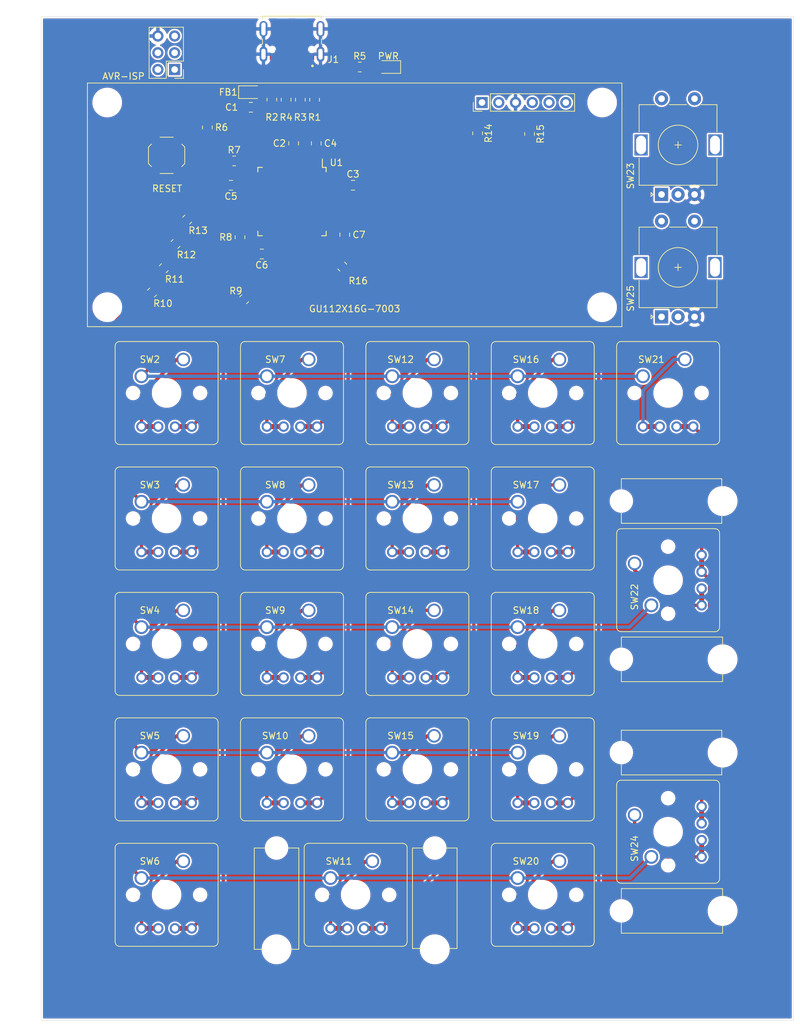
<source format=kicad_pcb>
(kicad_pcb (version 20171130) (host pcbnew "(5.1.7)-1")
  (layers (0 Front signal) (31 Back signal) (34 B.Paste user) (35 F.Paste user) (36 B.SilkS user) (37 F.SilkS user) (38 B.Mask user) (39 F.Mask user) (44 Edge.Cuts user))
  (net 0 "")
  (net 1 GND)
  (net 2 "Net-(C2-Pad1)")
  (net 3 "Net-(C3-Pad1)")
  (net 4 +5V)
  (net 5 "Net-(D2-Pad2)")
  (net 6 "Net-(FB1-Pad2)")
  (net 7 "Net-(J1-PadA5)")
  (net 8 "Net-(J1-PadA8)")
  (net 9 "Net-(J1-PadB8)")
  (net 10 "Net-(J1-PadA7)")
  (net 11 "Net-(J1-PadA6)")
  (net 12 "Net-(J1-PadB5)")
  (net 13 /~RESET)
  (net 14 /MOSI)
  (net 15 /SCK)
  (net 16 /MISO)
  (net 17 "Net-(J3-Pad2)")
  (net 18 /VFD_~RST)
  (net 19 "Net-(J3-Pad5)")
  (net 20 /SBUSY)
  (net 21 /ROW0)
  (net 22 /ROW1)
  (net 23 /ROW2)
  (net 24 "Net-(R9-Pad1)")
  (net 25 /ROW3)
  (net 26 "Net-(R10-Pad1)")
  (net 27 /ROW4)
  (net 28 "Net-(R11-Pad1)")
  (net 29 /COL0)
  (net 30 /COL1)
  (net 31 /COL2)
  (net 32 /COL3)
  (net 33 /COL4)
  (net 34 /KNOB1)
  (net 35 /KNOB2)
  (net 36 "Net-(U1-Pad39)")
  (net 37 "Net-(U1-Pad38)")
  (net 38 "Net-(U1-Pad37)")
  (net 39 "Net-(U1-Pad36)")
  (net 40 "Net-(U1-Pad33)")
  (net 41 "Net-(U1-Pad17)")
  (net 42 "Net-(U1-Pad16)")
  (net 43 "Net-(U1-Pad12)")
  (net 44 VBUS)
  (net 45 "Net-(R7-Pad2)")
  (net 46 "Net-(D3-Pad1)")
  (net 47 "Net-(R8-Pad2)")
  (net 48 "Net-(D4-Pad1)")
  (net 49 "Net-(R12-Pad1)")
  (net 50 "Net-(R13-Pad1)")
  (net 51 "Net-(U1-Pad30)")
  (net 52 "Net-(SW2-Pad2)")
  (net 53 "Net-(SW3-Pad2)")
  (net 54 "Net-(SW4-Pad2)")
  (net 55 "Net-(SW5-Pad2)")
  (net 56 "Net-(SW6-Pad2)")
  (net 57 "Net-(SW7-Pad2)")
  (net 58 "Net-(SW8-Pad2)")
  (net 59 "Net-(SW9-Pad2)")
  (net 60 "Net-(SW10-Pad2)")
  (net 61 "Net-(SW11-Pad2)")
  (net 62 "Net-(SW12-Pad2)")
  (net 63 "Net-(SW13-Pad2)")
  (net 64 "Net-(SW14-Pad2)")
  (net 65 "Net-(SW15-Pad2)")
  (net 66 "Net-(SW16-Pad2)")
  (net 67 "Net-(SW17-Pad2)")
  (net 68 "Net-(SW18-Pad2)")
  (net 69 "Net-(SW19-Pad2)")
  (net 70 "Net-(SW20-Pad2)")
  (net 71 "Net-(SW21-Pad2)")
  (net 72 "Net-(SW24-Pad2)")
  (net 73 "Net-(SW22-Pad2)")
  (net 74 /D-)
  (net 75 /D+)
  (module Connector_USB-C:DX07S016JA1R1500 (layer Front) (at 111 28.956 180)
    (fp_text reference J1 (at -6.271 -1.524) (layer F.SilkS))
    (fp_text value USB_C)
    (pad A1 smd rect (at -3.23 -1.1 180) (size 0.26 1) (layers Front F.Paste F.Mask) (net 1 GND))
    (pad A12 smd rect (at 2.97 -1.1 180) (size 0.26 1) (layers Front F.Paste F.Mask) (net 1 GND))
    (pad A4 smd rect (at -2.48 -1.1 180) (size 0.26 1) (layers Front F.Paste F.Mask) (net 6 "Net-(FB1-Pad2)"))
    (pad B4 smd rect (at 2.22 -1.1 180) (size 0.26 1) (layers Front F.Paste F.Mask) (net 6 "Net-(FB1-Pad2)"))
    (pad A5 smd rect (at -1.75 -1.1 180) (size 0.27 1) (layers Front F.Paste F.Mask) (net 7 "Net-(J1-PadA5)"))
    (pad A8 smd rect (at 1.75 -1.1 180) (size 0.27 1) (layers Front F.Paste F.Mask) (net 8 "Net-(J1-PadA8)"))
    (pad B8 smd rect (at -1.25 -1.1 180) (size 0.27 1) (layers Front F.Paste F.Mask) (net 9 "Net-(J1-PadB8)"))
    (pad B7 smd rect (at -0.75 -1.1 180) (size 0.27 1) (layers Front F.Paste F.Mask) (net 10 "Net-(J1-PadA7)"))
    (pad A6 smd rect (at -0.25 -1.1 180) (size 0.27 1) (layers Front F.Paste F.Mask) (net 11 "Net-(J1-PadA6)"))
    (pad B6 smd rect (at 0.25 -1.1 180) (size 0.27 1) (layers Front F.Paste F.Mask) (net 11 "Net-(J1-PadA6)"))
    (pad A7 smd rect (at 0.75 -1.1 180) (size 0.27 1) (layers Front F.Paste F.Mask) (net 10 "Net-(J1-PadA7)"))
    (pad B5 smd rect (at 1.25 -1.1 180) (size 0.27 1) (layers Front F.Paste F.Mask) (net 12 "Net-(J1-PadB5)"))
    (pad None np_thru_hole circle (at 3 0 180) (size 0.63 0.63) (drill 0.63) (layers *.Cu *.Mask))
    (pad S1 smd rect (at -1.4 3.1 180) (size 1 2) (layers Front F.Paste F.Mask) (net 1 GND))
    (pad S1 smd rect (at 1.4 3.1 180) (size 1 2) (layers Front F.Paste F.Mask) (net 1 GND))
    (pad None np_thru_hole circle (at -3 0 180) (size 0.63 0.63) (drill 0.63) (layers *.Cu *.Mask))
    (pad S1 thru_hole oval (at -4.32 -0.725 180) (size 1.158 2.316) (drill oval 0.65 1.65) (layers *.Cu *.Mask) (net 1 GND))
    (pad S1 thru_hole oval (at 4.32 -0.725 180) (size 1.158 2.316) (drill oval 0.65 1.65) (layers *.Cu *.Mask) (net 1 GND))
    (pad S1 thru_hole oval (at -4.32 3.1 180) (size 1.2 2.4) (drill oval 0.65 1.95) (layers *.Cu *.Mask) (net 1 GND))
    (pad S1 thru_hole oval (at 4.32 3.1 180) (size 1.2 2.4) (drill oval 0.65 1.95) (layers *.Cu *.Mask) (net 1 GND))
    (pad B12 smd rect (at -2.97 -1.1 180) (size 0.26 1) (layers Front F.Paste F.Mask) (net 1 GND))
    (pad B9 smd rect (at -2.22 -1.1 180) (size 0.26 1) (layers Front F.Paste F.Mask) (net 6 "Net-(FB1-Pad2)"))
    (pad A9 smd rect (at 2.48 -1.1 180) (size 0.26 1) (layers Front F.Paste F.Mask) (net 6 "Net-(FB1-Pad2)"))
    (pad B1 smd rect (at 3.23 -1.1 180) (size 0.26 1) (layers Front F.Paste F.Mask) (net 1 GND))
  )
  (module Resistor_SMD:R_0805_2012Metric_Pad1.20x1.40mm_HandSolder (layer Front) (at 95.123 54.737 45)
    (fp_text reference R13 (at 0 2.334867 180) (layer F.SilkS))
    (fp_text value 470)
    (pad 2 smd roundrect (at 1 0 45) (size 1.2 1.4) (layers Front F.Paste F.Mask) (roundrect_rratio 0.2083325) (net 27 /ROW4))
    (pad 1 smd roundrect (at -1 0 45) (size 1.2 1.4) (layers Front F.Paste F.Mask) (roundrect_rratio 0.2083325) (net 50 "Net-(R13-Pad1)"))
  )
  (module Resistor_SMD:R_0805_2012Metric_Pad1.20x1.40mm_HandSolder (layer Front) (at 93.345 58.42 45)
    (fp_text reference R12 (at 0 2.334867 180) (layer F.SilkS))
    (fp_text value 470)
    (pad 2 smd roundrect (at 1 0 45) (size 1.2 1.4) (layers Front F.Paste F.Mask) (roundrect_rratio 0.2083325) (net 25 /ROW3))
    (pad 1 smd roundrect (at -1 0 45) (size 1.2 1.4) (layers Front F.Paste F.Mask) (roundrect_rratio 0.2083325) (net 49 "Net-(R12-Pad1)"))
  )
  (module Resistor_SMD:R_0805_2012Metric_Pad1.20x1.40mm_HandSolder (layer Front) (at 91.567 62.103 45)
    (fp_text reference R11 (at 0 2.334867 180) (layer F.SilkS))
    (fp_text value 470)
    (pad 2 smd roundrect (at 1 0 45) (size 1.2 1.4) (layers Front F.Paste F.Mask) (roundrect_rratio 0.2083325) (net 23 /ROW2))
    (pad 1 smd roundrect (at -1 0 45) (size 1.2 1.4) (layers Front F.Paste F.Mask) (roundrect_rratio 0.2083325) (net 28 "Net-(R11-Pad1)"))
  )
  (module Resistor_SMD:R_0805_2012Metric_Pad1.20x1.40mm_HandSolder (layer Front) (at 89.789 65.786 45)
    (fp_text reference R10 (at 0 2.334867 180) (layer F.SilkS))
    (fp_text value 470)
    (pad 2 smd roundrect (at 1 0 45) (size 1.2 1.4) (layers Front F.Paste F.Mask) (roundrect_rratio 0.2083325) (net 22 /ROW1))
    (pad 1 smd roundrect (at -1 0 45) (size 1.2 1.4) (layers Front F.Paste F.Mask) (roundrect_rratio 0.2083325) (net 26 "Net-(R10-Pad1)"))
  )
  (module Resistor_SMD:R_0805_2012Metric_Pad1.20x1.40mm_HandSolder (layer Front) (at 103.759 66.802 45)
    (fp_text reference R9 (at 0 -1.796051 180) (layer F.SilkS))
    (fp_text value 470)
    (pad 2 smd roundrect (at 1 0 45) (size 1.2 1.4) (layers Front F.Paste F.Mask) (roundrect_rratio 0.2083325) (net 21 /ROW0))
    (pad 1 smd roundrect (at -1 0 45) (size 1.2 1.4) (layers Front F.Paste F.Mask) (roundrect_rratio 0.2083325) (net 24 "Net-(R9-Pad1)"))
  )
  (module Display_GU-7000:GU112X16G-7003 (layer Front) (at 120.5 52.5)
    (fp_text reference J3)
    (fp_text value GU112X16G-7003 (at 0 15.748) (layer F.SilkS))
    (pad "" np_thru_hole circle (at -37.5 -15.5) (size 4 4) (drill 4) (layers *.Cu *.Mask))
    (pad "" np_thru_hole circle (at -37.5 15.5) (size 4 4) (drill 4) (layers *.Cu *.Mask))
    (pad "" np_thru_hole circle (at 37.5 -15.5) (size 4 4) (drill 4) (layers *.Cu *.Mask))
    (pad "" np_thru_hole circle (at 37.5 15.5) (size 4 4) (drill 4) (layers *.Cu *.Mask))
    (pad 3 thru_hole oval (at 24.38 -15.5 90) (size 1.7 1.7) (drill 1) (layers *.Cu *.Mask) (net 1 GND))
    (pad 2 thru_hole oval (at 21.84 -15.5 90) (size 1.7 1.7) (drill 1) (layers *.Cu *.Mask) (net 17 "Net-(J3-Pad2)"))
    (pad 6 thru_hole oval (at 32 -15.5 90) (size 1.7 1.7) (drill 1) (layers *.Cu *.Mask) (net 18 /VFD_~RST))
    (pad 5 thru_hole oval (at 29.46 -15.5 90) (size 1.7 1.7) (drill 1) (layers *.Cu *.Mask) (net 19 "Net-(J3-Pad5)"))
    (pad 4 thru_hole oval (at 26.92 -15.5 90) (size 1.7 1.7) (drill 1) (layers *.Cu *.Mask) (net 20 /SBUSY))
    (pad 1 thru_hole rect (at 19.3 -15.5 90) (size 1.7 1.7) (drill 1) (layers *.Cu *.Mask) (net 4 +5V))
  )
  (module Switch_Cherry:Cherry_MX_Generic_1x2 (layer Front) (at 168 147.447 90)
    (fp_text reference SW24 (at -2.54 -5.08 90) (layer F.SilkS))
    (fp_text value Key_Return)
    (pad "" np_thru_hole circle (at -5.08 0 90) (size 1.7018 1.7018) (drill 1.7018) (layers *.Cu *.Mask))
    (pad 2 thru_hole circle (at 2.54 -5.08 90) (size 2.04986 2.04986) (drill 1.4986) (layers *.Cu *.Mask) (net 72 "Net-(SW24-Pad2)"))
    (pad 1 thru_hole circle (at -3.81 -2.54 90) (size 2.0986 2.0986) (drill 1.4986) (layers *.Cu *.Mask) (net 50 "Net-(R13-Pad1)"))
    (pad "" np_thru_hole circle (at 0 0 90) (size 3.9878 3.9878) (drill 3.9878) (layers *.Cu *.Mask))
    (pad "" np_thru_hole circle (at 5.08 0 90) (size 1.7018 1.7018) (drill 1.7018) (layers *.Cu *.Mask))
    (pad 3 thru_hole circle (at -3.81 5.08 90) (size 1.5906 1.5906) (drill 0.9906) (layers *.Cu *.Mask) (net 72 "Net-(SW24-Pad2)"))
    (pad 4 thru_hole circle (at 3.81 5.08 90) (size 1.5906 1.5906) (drill 0.9906) (layers *.Cu *.Mask) (net 33 /COL4))
    (pad 3 thru_hole circle (at -1.27 5.08 90) (size 1.5906 1.5906) (drill 0.9906) (layers *.Cu *.Mask) (net 72 "Net-(SW24-Pad2)"))
    (pad 4 thru_hole circle (at 1.27 5.08 90) (size 1.5906 1.5906) (drill 0.9906) (layers *.Cu *.Mask) (net 33 /COL4))
    (pad "" np_thru_hole circle (at -11.988 -7.087 90) (size 3.06 3.06) (drill 3.06) (layers *.Cu *.Mask))
    (pad "" np_thru_hole circle (at -11.988 8.255 90) (size 4.039 4.039) (drill 4.039) (layers *.Cu *.Mask))
    (pad "" np_thru_hole circle (at 11.988 8.255 90) (size 4.039 4.039) (drill 4.039) (layers *.Cu *.Mask))
    (pad "" np_thru_hole circle (at 11.988 -7.087 90) (size 3.06 3.06) (drill 3.06) (layers *.Cu *.Mask))
  )
  (module Switch_Cherry:Cherry_MX_Generic_1x2 (layer Front) (at 168 109.347 90)
    (fp_text reference SW22 (at -2.54 -5.08 90) (layer F.SilkS))
    (fp_text value Key_Plus)
    (pad "" np_thru_hole circle (at -5.08 0 90) (size 1.7018 1.7018) (drill 1.7018) (layers *.Cu *.Mask))
    (pad 2 thru_hole circle (at 2.54 -5.08 90) (size 2.04986 2.04986) (drill 1.4986) (layers *.Cu *.Mask) (net 73 "Net-(SW22-Pad2)"))
    (pad 1 thru_hole circle (at -3.81 -2.54 90) (size 2.0986 2.0986) (drill 1.4986) (layers *.Cu *.Mask) (net 28 "Net-(R11-Pad1)"))
    (pad "" np_thru_hole circle (at 0 0 90) (size 3.9878 3.9878) (drill 3.9878) (layers *.Cu *.Mask))
    (pad "" np_thru_hole circle (at 5.08 0 90) (size 1.7018 1.7018) (drill 1.7018) (layers *.Cu *.Mask))
    (pad 3 thru_hole circle (at -3.81 5.08 90) (size 1.5906 1.5906) (drill 0.9906) (layers *.Cu *.Mask) (net 73 "Net-(SW22-Pad2)"))
    (pad 4 thru_hole circle (at 3.81 5.08 90) (size 1.5906 1.5906) (drill 0.9906) (layers *.Cu *.Mask) (net 33 /COL4))
    (pad 3 thru_hole circle (at -1.27 5.08 90) (size 1.5906 1.5906) (drill 0.9906) (layers *.Cu *.Mask) (net 73 "Net-(SW22-Pad2)"))
    (pad 4 thru_hole circle (at 1.27 5.08 90) (size 1.5906 1.5906) (drill 0.9906) (layers *.Cu *.Mask) (net 33 /COL4))
    (pad "" np_thru_hole circle (at -11.988 -7.087 90) (size 3.06 3.06) (drill 3.06) (layers *.Cu *.Mask))
    (pad "" np_thru_hole circle (at -11.988 8.255 90) (size 4.039 4.039) (drill 4.039) (layers *.Cu *.Mask))
    (pad "" np_thru_hole circle (at 11.988 8.255 90) (size 4.039 4.039) (drill 4.039) (layers *.Cu *.Mask))
    (pad "" np_thru_hole circle (at 11.988 -7.087 90) (size 3.06 3.06) (drill 3.06) (layers *.Cu *.Mask))
  )
  (module Switch_Cherry:Cherry_MX_Generic (layer Front) (at 130 81)
    (fp_text reference SW12 (at -2.54 -5.08) (layer F.SilkS))
    (fp_text value Key_Slash)
    (pad 4 thru_hole circle (at 1.27 5.08) (size 1.5906 1.5906) (drill 0.9906) (layers *.Cu *.Mask) (net 31 /COL2))
    (pad 3 thru_hole circle (at -1.27 5.08) (size 1.5906 1.5906) (drill 0.9906) (layers *.Cu *.Mask) (net 62 "Net-(SW12-Pad2)"))
    (pad 4 thru_hole circle (at 3.81 5.08) (size 1.5906 1.5906) (drill 0.9906) (layers *.Cu *.Mask) (net 31 /COL2))
    (pad 3 thru_hole circle (at -3.81 5.08) (size 1.5906 1.5906) (drill 0.9906) (layers *.Cu *.Mask) (net 62 "Net-(SW12-Pad2)"))
    (pad "" np_thru_hole circle (at 5.08 0) (size 1.7018 1.7018) (drill 1.7018) (layers *.Cu *.Mask))
    (pad "" np_thru_hole circle (at 0 0) (size 3.9878 3.9878) (drill 3.9878) (layers *.Cu *.Mask))
    (pad 1 thru_hole circle (at -3.81 -2.54) (size 2.0986 2.0986) (drill 1.4986) (layers *.Cu *.Mask) (net 24 "Net-(R9-Pad1)"))
    (pad 2 thru_hole circle (at 2.54 -5.08) (size 2.04986 2.04986) (drill 1.4986) (layers *.Cu *.Mask) (net 62 "Net-(SW12-Pad2)"))
    (pad "" np_thru_hole circle (at -5.08 0) (size 1.7018 1.7018) (drill 1.7018) (layers *.Cu *.Mask))
  )
  (module Switch_Cherry:Cherry_MX_Generic (layer Front) (at 130 100)
    (fp_text reference SW13 (at -2.54 -5.08) (layer F.SilkS))
    (fp_text value Key_8)
    (pad 4 thru_hole circle (at 1.27 5.08) (size 1.5906 1.5906) (drill 0.9906) (layers *.Cu *.Mask) (net 31 /COL2))
    (pad 3 thru_hole circle (at -1.27 5.08) (size 1.5906 1.5906) (drill 0.9906) (layers *.Cu *.Mask) (net 63 "Net-(SW13-Pad2)"))
    (pad 4 thru_hole circle (at 3.81 5.08) (size 1.5906 1.5906) (drill 0.9906) (layers *.Cu *.Mask) (net 31 /COL2))
    (pad 3 thru_hole circle (at -3.81 5.08) (size 1.5906 1.5906) (drill 0.9906) (layers *.Cu *.Mask) (net 63 "Net-(SW13-Pad2)"))
    (pad "" np_thru_hole circle (at 5.08 0) (size 1.7018 1.7018) (drill 1.7018) (layers *.Cu *.Mask))
    (pad "" np_thru_hole circle (at 0 0) (size 3.9878 3.9878) (drill 3.9878) (layers *.Cu *.Mask))
    (pad 1 thru_hole circle (at -3.81 -2.54) (size 2.0986 2.0986) (drill 1.4986) (layers *.Cu *.Mask) (net 26 "Net-(R10-Pad1)"))
    (pad 2 thru_hole circle (at 2.54 -5.08) (size 2.04986 2.04986) (drill 1.4986) (layers *.Cu *.Mask) (net 63 "Net-(SW13-Pad2)"))
    (pad "" np_thru_hole circle (at -5.08 0) (size 1.7018 1.7018) (drill 1.7018) (layers *.Cu *.Mask))
  )
  (module Switch_Cherry:Cherry_MX_Generic (layer Front) (at 130 119)
    (fp_text reference SW14 (at -2.54 -5.08) (layer F.SilkS))
    (fp_text value Key_5)
    (pad 4 thru_hole circle (at 1.27 5.08) (size 1.5906 1.5906) (drill 0.9906) (layers *.Cu *.Mask) (net 31 /COL2))
    (pad 3 thru_hole circle (at -1.27 5.08) (size 1.5906 1.5906) (drill 0.9906) (layers *.Cu *.Mask) (net 64 "Net-(SW14-Pad2)"))
    (pad 4 thru_hole circle (at 3.81 5.08) (size 1.5906 1.5906) (drill 0.9906) (layers *.Cu *.Mask) (net 31 /COL2))
    (pad 3 thru_hole circle (at -3.81 5.08) (size 1.5906 1.5906) (drill 0.9906) (layers *.Cu *.Mask) (net 64 "Net-(SW14-Pad2)"))
    (pad "" np_thru_hole circle (at 5.08 0) (size 1.7018 1.7018) (drill 1.7018) (layers *.Cu *.Mask))
    (pad "" np_thru_hole circle (at 0 0) (size 3.9878 3.9878) (drill 3.9878) (layers *.Cu *.Mask))
    (pad 1 thru_hole circle (at -3.81 -2.54) (size 2.0986 2.0986) (drill 1.4986) (layers *.Cu *.Mask) (net 28 "Net-(R11-Pad1)"))
    (pad 2 thru_hole circle (at 2.54 -5.08) (size 2.04986 2.04986) (drill 1.4986) (layers *.Cu *.Mask) (net 64 "Net-(SW14-Pad2)"))
    (pad "" np_thru_hole circle (at -5.08 0) (size 1.7018 1.7018) (drill 1.7018) (layers *.Cu *.Mask))
  )
  (module Switch_Cherry:Cherry_MX_Generic (layer Front) (at 130 138)
    (fp_text reference SW15 (at -2.54 -5.08) (layer F.SilkS))
    (fp_text value Key_2)
    (pad 4 thru_hole circle (at 1.27 5.08) (size 1.5906 1.5906) (drill 0.9906) (layers *.Cu *.Mask) (net 31 /COL2))
    (pad 3 thru_hole circle (at -1.27 5.08) (size 1.5906 1.5906) (drill 0.9906) (layers *.Cu *.Mask) (net 65 "Net-(SW15-Pad2)"))
    (pad 4 thru_hole circle (at 3.81 5.08) (size 1.5906 1.5906) (drill 0.9906) (layers *.Cu *.Mask) (net 31 /COL2))
    (pad 3 thru_hole circle (at -3.81 5.08) (size 1.5906 1.5906) (drill 0.9906) (layers *.Cu *.Mask) (net 65 "Net-(SW15-Pad2)"))
    (pad "" np_thru_hole circle (at 5.08 0) (size 1.7018 1.7018) (drill 1.7018) (layers *.Cu *.Mask))
    (pad "" np_thru_hole circle (at 0 0) (size 3.9878 3.9878) (drill 3.9878) (layers *.Cu *.Mask))
    (pad 1 thru_hole circle (at -3.81 -2.54) (size 2.0986 2.0986) (drill 1.4986) (layers *.Cu *.Mask) (net 49 "Net-(R12-Pad1)"))
    (pad 2 thru_hole circle (at 2.54 -5.08) (size 2.04986 2.04986) (drill 1.4986) (layers *.Cu *.Mask) (net 65 "Net-(SW15-Pad2)"))
    (pad "" np_thru_hole circle (at -5.08 0) (size 1.7018 1.7018) (drill 1.7018) (layers *.Cu *.Mask))
  )
  (module Switch_Cherry:Cherry_MX_Generic (layer Front) (at 111 138)
    (fp_text reference SW10 (at -2.54 -5.08) (layer F.SilkS))
    (fp_text value Key_1)
    (pad 4 thru_hole circle (at 1.27 5.08) (size 1.5906 1.5906) (drill 0.9906) (layers *.Cu *.Mask) (net 30 /COL1))
    (pad 3 thru_hole circle (at -1.27 5.08) (size 1.5906 1.5906) (drill 0.9906) (layers *.Cu *.Mask) (net 60 "Net-(SW10-Pad2)"))
    (pad 4 thru_hole circle (at 3.81 5.08) (size 1.5906 1.5906) (drill 0.9906) (layers *.Cu *.Mask) (net 30 /COL1))
    (pad 3 thru_hole circle (at -3.81 5.08) (size 1.5906 1.5906) (drill 0.9906) (layers *.Cu *.Mask) (net 60 "Net-(SW10-Pad2)"))
    (pad "" np_thru_hole circle (at 5.08 0) (size 1.7018 1.7018) (drill 1.7018) (layers *.Cu *.Mask))
    (pad "" np_thru_hole circle (at 0 0) (size 3.9878 3.9878) (drill 3.9878) (layers *.Cu *.Mask))
    (pad 1 thru_hole circle (at -3.81 -2.54) (size 2.0986 2.0986) (drill 1.4986) (layers *.Cu *.Mask) (net 49 "Net-(R12-Pad1)"))
    (pad 2 thru_hole circle (at 2.54 -5.08) (size 2.04986 2.04986) (drill 1.4986) (layers *.Cu *.Mask) (net 60 "Net-(SW10-Pad2)"))
    (pad "" np_thru_hole circle (at -5.08 0) (size 1.7018 1.7018) (drill 1.7018) (layers *.Cu *.Mask))
  )
  (module Switch_Cherry:Cherry_MX_Generic (layer Front) (at 111 81)
    (fp_text reference SW7 (at -2.54 -5.08) (layer F.SilkS))
    (fp_text value Key_NumLock)
    (pad 4 thru_hole circle (at 1.27 5.08) (size 1.5906 1.5906) (drill 0.9906) (layers *.Cu *.Mask) (net 30 /COL1))
    (pad 3 thru_hole circle (at -1.27 5.08) (size 1.5906 1.5906) (drill 0.9906) (layers *.Cu *.Mask) (net 57 "Net-(SW7-Pad2)"))
    (pad 4 thru_hole circle (at 3.81 5.08) (size 1.5906 1.5906) (drill 0.9906) (layers *.Cu *.Mask) (net 30 /COL1))
    (pad 3 thru_hole circle (at -3.81 5.08) (size 1.5906 1.5906) (drill 0.9906) (layers *.Cu *.Mask) (net 57 "Net-(SW7-Pad2)"))
    (pad "" np_thru_hole circle (at 5.08 0) (size 1.7018 1.7018) (drill 1.7018) (layers *.Cu *.Mask))
    (pad "" np_thru_hole circle (at 0 0) (size 3.9878 3.9878) (drill 3.9878) (layers *.Cu *.Mask))
    (pad 1 thru_hole circle (at -3.81 -2.54) (size 2.0986 2.0986) (drill 1.4986) (layers *.Cu *.Mask) (net 24 "Net-(R9-Pad1)"))
    (pad 2 thru_hole circle (at 2.54 -5.08) (size 2.04986 2.04986) (drill 1.4986) (layers *.Cu *.Mask) (net 57 "Net-(SW7-Pad2)"))
    (pad "" np_thru_hole circle (at -5.08 0) (size 1.7018 1.7018) (drill 1.7018) (layers *.Cu *.Mask))
  )
  (module Switch_Cherry:Cherry_MX_Generic (layer Front) (at 111 100)
    (fp_text reference SW8 (at -2.54 -5.08) (layer F.SilkS))
    (fp_text value Key_7)
    (pad 4 thru_hole circle (at 1.27 5.08) (size 1.5906 1.5906) (drill 0.9906) (layers *.Cu *.Mask) (net 30 /COL1))
    (pad 3 thru_hole circle (at -1.27 5.08) (size 1.5906 1.5906) (drill 0.9906) (layers *.Cu *.Mask) (net 58 "Net-(SW8-Pad2)"))
    (pad 4 thru_hole circle (at 3.81 5.08) (size 1.5906 1.5906) (drill 0.9906) (layers *.Cu *.Mask) (net 30 /COL1))
    (pad 3 thru_hole circle (at -3.81 5.08) (size 1.5906 1.5906) (drill 0.9906) (layers *.Cu *.Mask) (net 58 "Net-(SW8-Pad2)"))
    (pad "" np_thru_hole circle (at 5.08 0) (size 1.7018 1.7018) (drill 1.7018) (layers *.Cu *.Mask))
    (pad "" np_thru_hole circle (at 0 0) (size 3.9878 3.9878) (drill 3.9878) (layers *.Cu *.Mask))
    (pad 1 thru_hole circle (at -3.81 -2.54) (size 2.0986 2.0986) (drill 1.4986) (layers *.Cu *.Mask) (net 26 "Net-(R10-Pad1)"))
    (pad 2 thru_hole circle (at 2.54 -5.08) (size 2.04986 2.04986) (drill 1.4986) (layers *.Cu *.Mask) (net 58 "Net-(SW8-Pad2)"))
    (pad "" np_thru_hole circle (at -5.08 0) (size 1.7018 1.7018) (drill 1.7018) (layers *.Cu *.Mask))
  )
  (module Switch_Cherry:Cherry_MX_Generic (layer Front) (at 111 119)
    (fp_text reference SW9 (at -2.54 -5.08) (layer F.SilkS))
    (fp_text value Key_4)
    (pad 4 thru_hole circle (at 1.27 5.08) (size 1.5906 1.5906) (drill 0.9906) (layers *.Cu *.Mask) (net 30 /COL1))
    (pad 3 thru_hole circle (at -1.27 5.08) (size 1.5906 1.5906) (drill 0.9906) (layers *.Cu *.Mask) (net 59 "Net-(SW9-Pad2)"))
    (pad 4 thru_hole circle (at 3.81 5.08) (size 1.5906 1.5906) (drill 0.9906) (layers *.Cu *.Mask) (net 30 /COL1))
    (pad 3 thru_hole circle (at -3.81 5.08) (size 1.5906 1.5906) (drill 0.9906) (layers *.Cu *.Mask) (net 59 "Net-(SW9-Pad2)"))
    (pad "" np_thru_hole circle (at 5.08 0) (size 1.7018 1.7018) (drill 1.7018) (layers *.Cu *.Mask))
    (pad "" np_thru_hole circle (at 0 0) (size 3.9878 3.9878) (drill 3.9878) (layers *.Cu *.Mask))
    (pad 1 thru_hole circle (at -3.81 -2.54) (size 2.0986 2.0986) (drill 1.4986) (layers *.Cu *.Mask) (net 28 "Net-(R11-Pad1)"))
    (pad 2 thru_hole circle (at 2.54 -5.08) (size 2.04986 2.04986) (drill 1.4986) (layers *.Cu *.Mask) (net 59 "Net-(SW9-Pad2)"))
    (pad "" np_thru_hole circle (at -5.08 0) (size 1.7018 1.7018) (drill 1.7018) (layers *.Cu *.Mask))
  )
  (module Switch_Cherry:Cherry_MX_Generic (layer Front) (at 92 81)
    (fp_text reference SW2 (at -2.54 -5.08) (layer F.SilkS))
    (fp_text value Key_M1)
    (pad 4 thru_hole circle (at 1.27 5.08) (size 1.5906 1.5906) (drill 0.9906) (layers *.Cu *.Mask) (net 29 /COL0))
    (pad 3 thru_hole circle (at -1.27 5.08) (size 1.5906 1.5906) (drill 0.9906) (layers *.Cu *.Mask) (net 52 "Net-(SW2-Pad2)"))
    (pad 4 thru_hole circle (at 3.81 5.08) (size 1.5906 1.5906) (drill 0.9906) (layers *.Cu *.Mask) (net 29 /COL0))
    (pad 3 thru_hole circle (at -3.81 5.08) (size 1.5906 1.5906) (drill 0.9906) (layers *.Cu *.Mask) (net 52 "Net-(SW2-Pad2)"))
    (pad "" np_thru_hole circle (at 5.08 0) (size 1.7018 1.7018) (drill 1.7018) (layers *.Cu *.Mask))
    (pad "" np_thru_hole circle (at 0 0) (size 3.9878 3.9878) (drill 3.9878) (layers *.Cu *.Mask))
    (pad 1 thru_hole circle (at -3.81 -2.54) (size 2.0986 2.0986) (drill 1.4986) (layers *.Cu *.Mask) (net 24 "Net-(R9-Pad1)"))
    (pad 2 thru_hole circle (at 2.54 -5.08) (size 2.04986 2.04986) (drill 1.4986) (layers *.Cu *.Mask) (net 52 "Net-(SW2-Pad2)"))
    (pad "" np_thru_hole circle (at -5.08 0) (size 1.7018 1.7018) (drill 1.7018) (layers *.Cu *.Mask))
  )
  (module Switch_Cherry:Cherry_MX_Generic (layer Front) (at 92 100)
    (fp_text reference SW3 (at -2.54 -5.08) (layer F.SilkS))
    (fp_text value Key_M2)
    (pad 4 thru_hole circle (at 1.27 5.08) (size 1.5906 1.5906) (drill 0.9906) (layers *.Cu *.Mask) (net 29 /COL0))
    (pad 3 thru_hole circle (at -1.27 5.08) (size 1.5906 1.5906) (drill 0.9906) (layers *.Cu *.Mask) (net 53 "Net-(SW3-Pad2)"))
    (pad 4 thru_hole circle (at 3.81 5.08) (size 1.5906 1.5906) (drill 0.9906) (layers *.Cu *.Mask) (net 29 /COL0))
    (pad 3 thru_hole circle (at -3.81 5.08) (size 1.5906 1.5906) (drill 0.9906) (layers *.Cu *.Mask) (net 53 "Net-(SW3-Pad2)"))
    (pad "" np_thru_hole circle (at 5.08 0) (size 1.7018 1.7018) (drill 1.7018) (layers *.Cu *.Mask))
    (pad "" np_thru_hole circle (at 0 0) (size 3.9878 3.9878) (drill 3.9878) (layers *.Cu *.Mask))
    (pad 1 thru_hole circle (at -3.81 -2.54) (size 2.0986 2.0986) (drill 1.4986) (layers *.Cu *.Mask) (net 26 "Net-(R10-Pad1)"))
    (pad 2 thru_hole circle (at 2.54 -5.08) (size 2.04986 2.04986) (drill 1.4986) (layers *.Cu *.Mask) (net 53 "Net-(SW3-Pad2)"))
    (pad "" np_thru_hole circle (at -5.08 0) (size 1.7018 1.7018) (drill 1.7018) (layers *.Cu *.Mask))
  )
  (module Switch_Cherry:Cherry_MX_Generic (layer Front) (at 92 119)
    (fp_text reference SW4 (at -2.54 -5.08) (layer F.SilkS))
    (fp_text value Key_M3)
    (pad 4 thru_hole circle (at 1.27 5.08) (size 1.5906 1.5906) (drill 0.9906) (layers *.Cu *.Mask) (net 29 /COL0))
    (pad 3 thru_hole circle (at -1.27 5.08) (size 1.5906 1.5906) (drill 0.9906) (layers *.Cu *.Mask) (net 54 "Net-(SW4-Pad2)"))
    (pad 4 thru_hole circle (at 3.81 5.08) (size 1.5906 1.5906) (drill 0.9906) (layers *.Cu *.Mask) (net 29 /COL0))
    (pad 3 thru_hole circle (at -3.81 5.08) (size 1.5906 1.5906) (drill 0.9906) (layers *.Cu *.Mask) (net 54 "Net-(SW4-Pad2)"))
    (pad "" np_thru_hole circle (at 5.08 0) (size 1.7018 1.7018) (drill 1.7018) (layers *.Cu *.Mask))
    (pad "" np_thru_hole circle (at 0 0) (size 3.9878 3.9878) (drill 3.9878) (layers *.Cu *.Mask))
    (pad 1 thru_hole circle (at -3.81 -2.54) (size 2.0986 2.0986) (drill 1.4986) (layers *.Cu *.Mask) (net 28 "Net-(R11-Pad1)"))
    (pad 2 thru_hole circle (at 2.54 -5.08) (size 2.04986 2.04986) (drill 1.4986) (layers *.Cu *.Mask) (net 54 "Net-(SW4-Pad2)"))
    (pad "" np_thru_hole circle (at -5.08 0) (size 1.7018 1.7018) (drill 1.7018) (layers *.Cu *.Mask))
  )
  (module Switch_Cherry:Cherry_MX_Generic (layer Front) (at 92 138)
    (fp_text reference SW5 (at -2.54 -5.08) (layer F.SilkS))
    (fp_text value Key_M4)
    (pad 4 thru_hole circle (at 1.27 5.08) (size 1.5906 1.5906) (drill 0.9906) (layers *.Cu *.Mask) (net 29 /COL0))
    (pad 3 thru_hole circle (at -1.27 5.08) (size 1.5906 1.5906) (drill 0.9906) (layers *.Cu *.Mask) (net 55 "Net-(SW5-Pad2)"))
    (pad 4 thru_hole circle (at 3.81 5.08) (size 1.5906 1.5906) (drill 0.9906) (layers *.Cu *.Mask) (net 29 /COL0))
    (pad 3 thru_hole circle (at -3.81 5.08) (size 1.5906 1.5906) (drill 0.9906) (layers *.Cu *.Mask) (net 55 "Net-(SW5-Pad2)"))
    (pad "" np_thru_hole circle (at 5.08 0) (size 1.7018 1.7018) (drill 1.7018) (layers *.Cu *.Mask))
    (pad "" np_thru_hole circle (at 0 0) (size 3.9878 3.9878) (drill 3.9878) (layers *.Cu *.Mask))
    (pad 1 thru_hole circle (at -3.81 -2.54) (size 2.0986 2.0986) (drill 1.4986) (layers *.Cu *.Mask) (net 49 "Net-(R12-Pad1)"))
    (pad 2 thru_hole circle (at 2.54 -5.08) (size 2.04986 2.04986) (drill 1.4986) (layers *.Cu *.Mask) (net 55 "Net-(SW5-Pad2)"))
    (pad "" np_thru_hole circle (at -5.08 0) (size 1.7018 1.7018) (drill 1.7018) (layers *.Cu *.Mask))
  )
  (module Switch_Cherry:Cherry_MX_Generic (layer Front) (at 92 157)
    (fp_text reference SW6 (at -2.54 -5.08) (layer F.SilkS))
    (fp_text value Key_M5)
    (pad 4 thru_hole circle (at 1.27 5.08) (size 1.5906 1.5906) (drill 0.9906) (layers *.Cu *.Mask) (net 29 /COL0))
    (pad 3 thru_hole circle (at -1.27 5.08) (size 1.5906 1.5906) (drill 0.9906) (layers *.Cu *.Mask) (net 56 "Net-(SW6-Pad2)"))
    (pad 4 thru_hole circle (at 3.81 5.08) (size 1.5906 1.5906) (drill 0.9906) (layers *.Cu *.Mask) (net 29 /COL0))
    (pad 3 thru_hole circle (at -3.81 5.08) (size 1.5906 1.5906) (drill 0.9906) (layers *.Cu *.Mask) (net 56 "Net-(SW6-Pad2)"))
    (pad "" np_thru_hole circle (at 5.08 0) (size 1.7018 1.7018) (drill 1.7018) (layers *.Cu *.Mask))
    (pad "" np_thru_hole circle (at 0 0) (size 3.9878 3.9878) (drill 3.9878) (layers *.Cu *.Mask))
    (pad 1 thru_hole circle (at -3.81 -2.54) (size 2.0986 2.0986) (drill 1.4986) (layers *.Cu *.Mask) (net 50 "Net-(R13-Pad1)"))
    (pad 2 thru_hole circle (at 2.54 -5.08) (size 2.04986 2.04986) (drill 1.4986) (layers *.Cu *.Mask) (net 56 "Net-(SW6-Pad2)"))
    (pad "" np_thru_hole circle (at -5.08 0) (size 1.7018 1.7018) (drill 1.7018) (layers *.Cu *.Mask))
  )
  (module Switch_Cherry:Cherry_MX_Generic (layer Front) (at 168 81)
    (fp_text reference SW21 (at -2.54 -5.08) (layer F.SilkS))
    (fp_text value Key_Minus)
    (pad 4 thru_hole circle (at 1.27 5.08) (size 1.5906 1.5906) (drill 0.9906) (layers *.Cu *.Mask) (net 33 /COL4))
    (pad 3 thru_hole circle (at -1.27 5.08) (size 1.5906 1.5906) (drill 0.9906) (layers *.Cu *.Mask) (net 71 "Net-(SW21-Pad2)"))
    (pad 4 thru_hole circle (at 3.81 5.08) (size 1.5906 1.5906) (drill 0.9906) (layers *.Cu *.Mask) (net 33 /COL4))
    (pad 3 thru_hole circle (at -3.81 5.08) (size 1.5906 1.5906) (drill 0.9906) (layers *.Cu *.Mask) (net 71 "Net-(SW21-Pad2)"))
    (pad "" np_thru_hole circle (at 5.08 0) (size 1.7018 1.7018) (drill 1.7018) (layers *.Cu *.Mask))
    (pad "" np_thru_hole circle (at 0 0) (size 3.9878 3.9878) (drill 3.9878) (layers *.Cu *.Mask))
    (pad 1 thru_hole circle (at -3.81 -2.54) (size 2.0986 2.0986) (drill 1.4986) (layers *.Cu *.Mask) (net 24 "Net-(R9-Pad1)"))
    (pad 2 thru_hole circle (at 2.54 -5.08) (size 2.04986 2.04986) (drill 1.4986) (layers *.Cu *.Mask) (net 71 "Net-(SW21-Pad2)"))
    (pad "" np_thru_hole circle (at -5.08 0) (size 1.7018 1.7018) (drill 1.7018) (layers *.Cu *.Mask))
  )
  (module Switch_Cherry:Cherry_MX_Generic_1x2 (layer Front) (at 120.65 157)
    (fp_text reference SW11 (at -2.54 -5.08) (layer F.SilkS))
    (fp_text value Key_0)
    (pad "" np_thru_hole circle (at -5.08 0) (size 1.7018 1.7018) (drill 1.7018) (layers *.Cu *.Mask))
    (pad 2 thru_hole circle (at 2.54 -5.08) (size 2.04986 2.04986) (drill 1.4986) (layers *.Cu *.Mask) (net 61 "Net-(SW11-Pad2)"))
    (pad 1 thru_hole circle (at -3.81 -2.54) (size 2.0986 2.0986) (drill 1.4986) (layers *.Cu *.Mask) (net 50 "Net-(R13-Pad1)"))
    (pad "" np_thru_hole circle (at 0 0) (size 3.9878 3.9878) (drill 3.9878) (layers *.Cu *.Mask))
    (pad "" np_thru_hole circle (at 5.08 0) (size 1.7018 1.7018) (drill 1.7018) (layers *.Cu *.Mask))
    (pad 3 thru_hole circle (at -3.81 5.08) (size 1.5906 1.5906) (drill 0.9906) (layers *.Cu *.Mask) (net 61 "Net-(SW11-Pad2)"))
    (pad 4 thru_hole circle (at 3.81 5.08) (size 1.5906 1.5906) (drill 0.9906) (layers *.Cu *.Mask) (net 31 /COL2))
    (pad 3 thru_hole circle (at -1.27 5.08) (size 1.5906 1.5906) (drill 0.9906) (layers *.Cu *.Mask) (net 61 "Net-(SW11-Pad2)"))
    (pad 4 thru_hole circle (at 1.27 5.08) (size 1.5906 1.5906) (drill 0.9906) (layers *.Cu *.Mask) (net 31 /COL2))
    (pad "" np_thru_hole circle (at -11.988 -7.087) (size 3.06 3.06) (drill 3.06) (layers *.Cu *.Mask))
    (pad "" np_thru_hole circle (at -11.988 8.255) (size 4.039 4.039) (drill 4.039) (layers *.Cu *.Mask))
    (pad "" np_thru_hole circle (at 11.988 8.255) (size 4.039 4.039) (drill 4.039) (layers *.Cu *.Mask))
    (pad "" np_thru_hole circle (at 11.988 -7.087) (size 3.06 3.06) (drill 3.06) (layers *.Cu *.Mask))
  )
  (module Switch_Cherry:Cherry_MX_Generic (layer Front) (at 149 81)
    (fp_text reference SW16 (at -2.54 -5.08) (layer F.SilkS))
    (fp_text value Key_Star)
    (pad 4 thru_hole circle (at 1.27 5.08) (size 1.5906 1.5906) (drill 0.9906) (layers *.Cu *.Mask) (net 32 /COL3))
    (pad 3 thru_hole circle (at -1.27 5.08) (size 1.5906 1.5906) (drill 0.9906) (layers *.Cu *.Mask) (net 66 "Net-(SW16-Pad2)"))
    (pad 4 thru_hole circle (at 3.81 5.08) (size 1.5906 1.5906) (drill 0.9906) (layers *.Cu *.Mask) (net 32 /COL3))
    (pad 3 thru_hole circle (at -3.81 5.08) (size 1.5906 1.5906) (drill 0.9906) (layers *.Cu *.Mask) (net 66 "Net-(SW16-Pad2)"))
    (pad "" np_thru_hole circle (at 5.08 0) (size 1.7018 1.7018) (drill 1.7018) (layers *.Cu *.Mask))
    (pad "" np_thru_hole circle (at 0 0) (size 3.9878 3.9878) (drill 3.9878) (layers *.Cu *.Mask))
    (pad 1 thru_hole circle (at -3.81 -2.54) (size 2.0986 2.0986) (drill 1.4986) (layers *.Cu *.Mask) (net 24 "Net-(R9-Pad1)"))
    (pad 2 thru_hole circle (at 2.54 -5.08) (size 2.04986 2.04986) (drill 1.4986) (layers *.Cu *.Mask) (net 66 "Net-(SW16-Pad2)"))
    (pad "" np_thru_hole circle (at -5.08 0) (size 1.7018 1.7018) (drill 1.7018) (layers *.Cu *.Mask))
  )
  (module Switch_Cherry:Cherry_MX_Generic (layer Front) (at 149 100)
    (fp_text reference SW17 (at -2.54 -5.08) (layer F.SilkS))
    (fp_text value Key_9)
    (pad 4 thru_hole circle (at 1.27 5.08) (size 1.5906 1.5906) (drill 0.9906) (layers *.Cu *.Mask) (net 32 /COL3))
    (pad 3 thru_hole circle (at -1.27 5.08) (size 1.5906 1.5906) (drill 0.9906) (layers *.Cu *.Mask) (net 67 "Net-(SW17-Pad2)"))
    (pad 4 thru_hole circle (at 3.81 5.08) (size 1.5906 1.5906) (drill 0.9906) (layers *.Cu *.Mask) (net 32 /COL3))
    (pad 3 thru_hole circle (at -3.81 5.08) (size 1.5906 1.5906) (drill 0.9906) (layers *.Cu *.Mask) (net 67 "Net-(SW17-Pad2)"))
    (pad "" np_thru_hole circle (at 5.08 0) (size 1.7018 1.7018) (drill 1.7018) (layers *.Cu *.Mask))
    (pad "" np_thru_hole circle (at 0 0) (size 3.9878 3.9878) (drill 3.9878) (layers *.Cu *.Mask))
    (pad 1 thru_hole circle (at -3.81 -2.54) (size 2.0986 2.0986) (drill 1.4986) (layers *.Cu *.Mask) (net 26 "Net-(R10-Pad1)"))
    (pad 2 thru_hole circle (at 2.54 -5.08) (size 2.04986 2.04986) (drill 1.4986) (layers *.Cu *.Mask) (net 67 "Net-(SW17-Pad2)"))
    (pad "" np_thru_hole circle (at -5.08 0) (size 1.7018 1.7018) (drill 1.7018) (layers *.Cu *.Mask))
  )
  (module Switch_Cherry:Cherry_MX_Generic (layer Front) (at 149 119)
    (fp_text reference SW18 (at -2.54 -5.08) (layer F.SilkS))
    (fp_text value Key_6)
    (pad 4 thru_hole circle (at 1.27 5.08) (size 1.5906 1.5906) (drill 0.9906) (layers *.Cu *.Mask) (net 32 /COL3))
    (pad 3 thru_hole circle (at -1.27 5.08) (size 1.5906 1.5906) (drill 0.9906) (layers *.Cu *.Mask) (net 68 "Net-(SW18-Pad2)"))
    (pad 4 thru_hole circle (at 3.81 5.08) (size 1.5906 1.5906) (drill 0.9906) (layers *.Cu *.Mask) (net 32 /COL3))
    (pad 3 thru_hole circle (at -3.81 5.08) (size 1.5906 1.5906) (drill 0.9906) (layers *.Cu *.Mask) (net 68 "Net-(SW18-Pad2)"))
    (pad "" np_thru_hole circle (at 5.08 0) (size 1.7018 1.7018) (drill 1.7018) (layers *.Cu *.Mask))
    (pad "" np_thru_hole circle (at 0 0) (size 3.9878 3.9878) (drill 3.9878) (layers *.Cu *.Mask))
    (pad 1 thru_hole circle (at -3.81 -2.54) (size 2.0986 2.0986) (drill 1.4986) (layers *.Cu *.Mask) (net 28 "Net-(R11-Pad1)"))
    (pad 2 thru_hole circle (at 2.54 -5.08) (size 2.04986 2.04986) (drill 1.4986) (layers *.Cu *.Mask) (net 68 "Net-(SW18-Pad2)"))
    (pad "" np_thru_hole circle (at -5.08 0) (size 1.7018 1.7018) (drill 1.7018) (layers *.Cu *.Mask))
  )
  (module Switch_Cherry:Cherry_MX_Generic (layer Front) (at 149 138)
    (fp_text reference SW19 (at -2.54 -5.08) (layer F.SilkS))
    (fp_text value Key_3)
    (pad 4 thru_hole circle (at 1.27 5.08) (size 1.5906 1.5906) (drill 0.9906) (layers *.Cu *.Mask) (net 32 /COL3))
    (pad 3 thru_hole circle (at -1.27 5.08) (size 1.5906 1.5906) (drill 0.9906) (layers *.Cu *.Mask) (net 69 "Net-(SW19-Pad2)"))
    (pad 4 thru_hole circle (at 3.81 5.08) (size 1.5906 1.5906) (drill 0.9906) (layers *.Cu *.Mask) (net 32 /COL3))
    (pad 3 thru_hole circle (at -3.81 5.08) (size 1.5906 1.5906) (drill 0.9906) (layers *.Cu *.Mask) (net 69 "Net-(SW19-Pad2)"))
    (pad "" np_thru_hole circle (at 5.08 0) (size 1.7018 1.7018) (drill 1.7018) (layers *.Cu *.Mask))
    (pad "" np_thru_hole circle (at 0 0) (size 3.9878 3.9878) (drill 3.9878) (layers *.Cu *.Mask))
    (pad 1 thru_hole circle (at -3.81 -2.54) (size 2.0986 2.0986) (drill 1.4986) (layers *.Cu *.Mask) (net 49 "Net-(R12-Pad1)"))
    (pad 2 thru_hole circle (at 2.54 -5.08) (size 2.04986 2.04986) (drill 1.4986) (layers *.Cu *.Mask) (net 69 "Net-(SW19-Pad2)"))
    (pad "" np_thru_hole circle (at -5.08 0) (size 1.7018 1.7018) (drill 1.7018) (layers *.Cu *.Mask))
  )
  (module Switch_Cherry:Cherry_MX_Generic (layer Front) (at 149 157)
    (fp_text reference SW20 (at -2.54 -5.08) (layer F.SilkS))
    (fp_text value Key_Del)
    (pad 4 thru_hole circle (at 1.27 5.08) (size 1.5906 1.5906) (drill 0.9906) (layers *.Cu *.Mask) (net 32 /COL3))
    (pad 3 thru_hole circle (at -1.27 5.08) (size 1.5906 1.5906) (drill 0.9906) (layers *.Cu *.Mask) (net 70 "Net-(SW20-Pad2)"))
    (pad 4 thru_hole circle (at 3.81 5.08) (size 1.5906 1.5906) (drill 0.9906) (layers *.Cu *.Mask) (net 32 /COL3))
    (pad 3 thru_hole circle (at -3.81 5.08) (size 1.5906 1.5906) (drill 0.9906) (layers *.Cu *.Mask) (net 70 "Net-(SW20-Pad2)"))
    (pad "" np_thru_hole circle (at 5.08 0) (size 1.7018 1.7018) (drill 1.7018) (layers *.Cu *.Mask))
    (pad "" np_thru_hole circle (at 0 0) (size 3.9878 3.9878) (drill 3.9878) (layers *.Cu *.Mask))
    (pad 1 thru_hole circle (at -3.81 -2.54) (size 2.0986 2.0986) (drill 1.4986) (layers *.Cu *.Mask) (net 50 "Net-(R13-Pad1)"))
    (pad 2 thru_hole circle (at 2.54 -5.08) (size 2.04986 2.04986) (drill 1.4986) (layers *.Cu *.Mask) (net 70 "Net-(SW20-Pad2)"))
    (pad "" np_thru_hole circle (at -5.08 0) (size 1.7018 1.7018) (drill 1.7018) (layers *.Cu *.Mask))
  )
  (module Resistor_SMD:R_0805_2012Metric_Pad1.20x1.40mm_HandSolder (layer Front) (at 118.618 61.849 135)
    (fp_text reference R16 (at -3.232892 0.179605 180) (layer F.SilkS))
    (fp_text value 10K)
    (pad 2 smd roundrect (at 1 0 135) (size 1.2 1.4) (layers Front F.Paste F.Mask) (roundrect_rratio 0.2083325) (net 18 /VFD_~RST))
    (pad 1 smd roundrect (at -1 0 135) (size 1.2 1.4) (layers Front F.Paste F.Mask) (roundrect_rratio 0.2083325) (net 4 +5V))
  )
  (module Resistor_SMD:R_0805_2012Metric_Pad1.20x1.40mm_HandSolder (layer Front) (at 103.124 57.404 90)
    (fp_text reference R8 (at 0 -2.159 180) (layer F.SilkS))
    (fp_text value 470)
    (pad 2 smd roundrect (at 1 0 90) (size 1.2 1.4) (layers Front F.Paste F.Mask) (roundrect_rratio 0.2083325) (net 47 "Net-(R8-Pad2)"))
    (pad 1 smd roundrect (at -1 0 90) (size 1.2 1.4) (layers Front F.Paste F.Mask) (roundrect_rratio 0.2083325) (net 48 "Net-(D4-Pad1)"))
  )
  (module Resistor_SMD:R_0805_2012Metric_Pad1.20x1.40mm_HandSolder (layer Front) (at 102.235 45.847)
    (fp_text reference R7 (at 0 -1.65) (layer F.SilkS))
    (fp_text value 470)
    (pad 2 smd roundrect (at 1 0) (size 1.2 1.4) (layers Front F.Paste F.Mask) (roundrect_rratio 0.2083325) (net 45 "Net-(R7-Pad2)"))
    (pad 1 smd roundrect (at -1 0) (size 1.2 1.4) (layers Front F.Paste F.Mask) (roundrect_rratio 0.2083325) (net 46 "Net-(D3-Pad1)"))
  )
  (module Button_Switch_SMD:SW_SPST_TL3342 (layer Front) (at 92 45 90)
    (fp_text reference SW1)
    (fp_text value RESET (at -5.038 0.075 180) (layer F.SilkS))
    (pad 2 smd rect (at 3.15 1.9 90) (size 1.7 1) (layers Front F.Paste F.Mask) (net 13 /~RESET))
    (pad 2 smd rect (at -3.15 1.9 90) (size 1.7 1) (layers Front F.Paste F.Mask) (net 13 /~RESET))
    (pad 1 smd rect (at 3.15 -1.9 90) (size 1.7 1) (layers Front F.Paste F.Mask) (net 1 GND))
    (pad 1 smd rect (at -3.15 -1.9 90) (size 1.7 1) (layers Front F.Paste F.Mask) (net 1 GND))
  )
  (module Rotary_Encoder:RotaryEncoder_Alps_EC11E-Switch_Vertical_H20mm (layer Front) (at 167.005 69.469 90)
    (fp_text reference SW25 (at 2.8 -4.7 90) (layer F.SilkS))
    (fp_text value Rotary_Switch)
    (pad A thru_hole rect (at 0 0 90) (size 2 2) (drill 1) (layers *.Cu *.Mask) (net 4 +5V))
    (pad C thru_hole circle (at 0 2.5 90) (size 2 2) (drill 1) (layers *.Cu *.Mask) (net 35 /KNOB2))
    (pad B thru_hole circle (at 0 5 90) (size 2 2) (drill 1) (layers *.Cu *.Mask) (net 1 GND))
    (pad MP thru_hole rect (at 7.5 -3.1 90) (size 3.2 2) (drill oval 2.8 1.5) (layers *.Cu *.Mask))
    (pad MP thru_hole rect (at 7.5 8.1 90) (size 3.2 2) (drill oval 2.8 1.5) (layers *.Cu *.Mask))
    (pad S2 thru_hole circle (at 14.5 0 90) (size 2 2) (drill 1) (layers *.Cu *.Mask) (net 33 /COL4))
    (pad S1 thru_hole circle (at 14.5 5 90) (size 2 2) (drill 1) (layers *.Cu *.Mask) (net 49 "Net-(R12-Pad1)"))
  )
  (module Rotary_Encoder:RotaryEncoder_Alps_EC11E-Switch_Vertical_H20mm (layer Front) (at 167.005 50.927 90)
    (fp_text reference SW23 (at 2.8 -4.7 90) (layer F.SilkS))
    (fp_text value Rotary_Switch)
    (pad A thru_hole rect (at 0 0 90) (size 2 2) (drill 1) (layers *.Cu *.Mask) (net 4 +5V))
    (pad C thru_hole circle (at 0 2.5 90) (size 2 2) (drill 1) (layers *.Cu *.Mask) (net 34 /KNOB1))
    (pad B thru_hole circle (at 0 5 90) (size 2 2) (drill 1) (layers *.Cu *.Mask) (net 1 GND))
    (pad MP thru_hole rect (at 7.5 -3.1 90) (size 3.2 2) (drill oval 2.8 1.5) (layers *.Cu *.Mask))
    (pad MP thru_hole rect (at 7.5 8.1 90) (size 3.2 2) (drill oval 2.8 1.5) (layers *.Cu *.Mask))
    (pad S2 thru_hole circle (at 14.5 0 90) (size 2 2) (drill 1) (layers *.Cu *.Mask) (net 33 /COL4))
    (pad S1 thru_hole circle (at 14.5 5 90) (size 2 2) (drill 1) (layers *.Cu *.Mask) (net 26 "Net-(R10-Pad1)"))
  )
  (module Package_QFP:TQFP-44_10x10mm_P0.8mm (layer Front) (at 111 52 270)
    (fp_text reference U1 (at -5.899 -6.729 180) (layer F.SilkS))
    (fp_text value ATmega32U4)
    (pad 44 smd rect (at -4 -5.7) (size 1.5 0.55) (layers Front F.Paste F.Mask) (net 4 +5V))
    (pad 43 smd rect (at -3.2 -5.7) (size 1.5 0.55) (layers Front F.Paste F.Mask) (net 1 GND))
    (pad 42 smd rect (at -2.4 -5.7) (size 1.5 0.55) (layers Front F.Paste F.Mask) (net 3 "Net-(C3-Pad1)"))
    (pad 41 smd rect (at -1.6 -5.7) (size 1.5 0.55) (layers Front F.Paste F.Mask) (net 34 /KNOB1))
    (pad 40 smd rect (at -0.8 -5.7) (size 1.5 0.55) (layers Front F.Paste F.Mask) (net 35 /KNOB2))
    (pad 39 smd rect (at 0 -5.7) (size 1.5 0.55) (layers Front F.Paste F.Mask) (net 36 "Net-(U1-Pad39)"))
    (pad 38 smd rect (at 0.8 -5.7) (size 1.5 0.55) (layers Front F.Paste F.Mask) (net 37 "Net-(U1-Pad38)"))
    (pad 37 smd rect (at 1.6 -5.7) (size 1.5 0.55) (layers Front F.Paste F.Mask) (net 38 "Net-(U1-Pad37)"))
    (pad 36 smd rect (at 2.4 -5.7) (size 1.5 0.55) (layers Front F.Paste F.Mask) (net 39 "Net-(U1-Pad36)"))
    (pad 35 smd rect (at 3.2 -5.7) (size 1.5 0.55) (layers Front F.Paste F.Mask) (net 1 GND))
    (pad 34 smd rect (at 4 -5.7) (size 1.5 0.55) (layers Front F.Paste F.Mask) (net 4 +5V))
    (pad 33 smd rect (at 5.7 -4 270) (size 1.5 0.55) (layers Front F.Paste F.Mask) (net 40 "Net-(U1-Pad33)"))
    (pad 32 smd rect (at 5.7 -3.2 270) (size 1.5 0.55) (layers Front F.Paste F.Mask) (net 18 /VFD_~RST))
    (pad 31 smd rect (at 5.7 -2.4 270) (size 1.5 0.55) (layers Front F.Paste F.Mask) (net 33 /COL4))
    (pad 30 smd rect (at 5.7 -1.6 270) (size 1.5 0.55) (layers Front F.Paste F.Mask) (net 51 "Net-(U1-Pad30)"))
    (pad 29 smd rect (at 5.7 -0.8 270) (size 1.5 0.55) (layers Front F.Paste F.Mask) (net 32 /COL3))
    (pad 28 smd rect (at 5.7 0 270) (size 1.5 0.55) (layers Front F.Paste F.Mask) (net 31 /COL2))
    (pad 27 smd rect (at 5.7 0.8 270) (size 1.5 0.55) (layers Front F.Paste F.Mask) (net 30 /COL1))
    (pad 26 smd rect (at 5.7 1.6 270) (size 1.5 0.55) (layers Front F.Paste F.Mask) (net 29 /COL0))
    (pad 25 smd rect (at 5.7 2.4 270) (size 1.5 0.55) (layers Front F.Paste F.Mask) (net 21 /ROW0))
    (pad 24 smd rect (at 5.7 3.2 270) (size 1.5 0.55) (layers Front F.Paste F.Mask) (net 4 +5V))
    (pad 23 smd rect (at 5.7 4 270) (size 1.5 0.55) (layers Front F.Paste F.Mask) (net 1 GND))
    (pad 22 smd rect (at 4 5.7) (size 1.5 0.55) (layers Front F.Paste F.Mask) (net 47 "Net-(R8-Pad2)"))
    (pad 21 smd rect (at 3.2 5.7) (size 1.5 0.55) (layers Front F.Paste F.Mask) (net 22 /ROW1))
    (pad 20 smd rect (at 2.4 5.7) (size 1.5 0.55) (layers Front F.Paste F.Mask) (net 23 /ROW2))
    (pad 19 smd rect (at 1.6 5.7) (size 1.5 0.55) (layers Front F.Paste F.Mask) (net 25 /ROW3))
    (pad 18 smd rect (at 0.8 5.7) (size 1.5 0.55) (layers Front F.Paste F.Mask) (net 27 /ROW4))
    (pad 17 smd rect (at 0 5.7) (size 1.5 0.55) (layers Front F.Paste F.Mask) (net 41 "Net-(U1-Pad17)"))
    (pad 16 smd rect (at -0.8 5.7) (size 1.5 0.55) (layers Front F.Paste F.Mask) (net 42 "Net-(U1-Pad16)"))
    (pad 15 smd rect (at -1.6 5.7) (size 1.5 0.55) (layers Front F.Paste F.Mask) (net 1 GND))
    (pad 14 smd rect (at -2.4 5.7) (size 1.5 0.55) (layers Front F.Paste F.Mask) (net 4 +5V))
    (pad 13 smd rect (at -3.2 5.7) (size 1.5 0.55) (layers Front F.Paste F.Mask) (net 13 /~RESET))
    (pad 12 smd rect (at -4 5.7) (size 1.5 0.55) (layers Front F.Paste F.Mask) (net 43 "Net-(U1-Pad12)"))
    (pad 11 smd rect (at -5.7 4 270) (size 1.5 0.55) (layers Front F.Paste F.Mask) (net 16 /MISO))
    (pad 10 smd rect (at -5.7 3.2 270) (size 1.5 0.55) (layers Front F.Paste F.Mask) (net 14 /MOSI))
    (pad 9 smd rect (at -5.7 2.4 270) (size 1.5 0.55) (layers Front F.Paste F.Mask) (net 15 /SCK))
    (pad 8 smd rect (at -5.7 1.6 270) (size 1.5 0.55) (layers Front F.Paste F.Mask) (net 45 "Net-(R7-Pad2)"))
    (pad 7 smd rect (at -5.7 0.8 270) (size 1.5 0.55) (layers Front F.Paste F.Mask) (net 44 VBUS))
    (pad 6 smd rect (at -5.7 0 270) (size 1.5 0.55) (layers Front F.Paste F.Mask) (net 2 "Net-(C2-Pad1)"))
    (pad 5 smd rect (at -5.7 -0.8 270) (size 1.5 0.55) (layers Front F.Paste F.Mask) (net 1 GND))
    (pad 4 smd rect (at -5.7 -1.6 270) (size 1.5 0.55) (layers Front F.Paste F.Mask) (net 75 /D+))
    (pad 3 smd rect (at -5.7 -2.4 270) (size 1.5 0.55) (layers Front F.Paste F.Mask) (net 74 /D-))
    (pad 2 smd rect (at -5.7 -3.2 270) (size 1.5 0.55) (layers Front F.Paste F.Mask) (net 4 +5V))
    (pad 1 smd rect (at -5.7 -4 270) (size 1.5 0.55) (layers Front F.Paste F.Mask) (net 20 /SBUSY))
  )
  (module Resistor_SMD:R_0805_2012Metric_Pad1.20x1.40mm_HandSolder (layer Front) (at 147.0025 41.767 270)
    (fp_text reference R15 (at 0 -1.65 90) (layer F.SilkS))
    (fp_text value 100)
    (pad 2 smd roundrect (at 1 0 270) (size 1.2 1.4) (layers Front F.Paste F.Mask) (roundrect_rratio 0.2083325) (net 15 /SCK))
    (pad 1 smd roundrect (at -1 0 270) (size 1.2 1.4) (layers Front F.Paste F.Mask) (roundrect_rratio 0.2083325) (net 19 "Net-(J3-Pad5)"))
  )
  (module Resistor_SMD:R_0805_2012Metric_Pad1.20x1.40mm_HandSolder (layer Front) (at 139.1285 41.656 270)
    (fp_text reference R14 (at 0 -1.65 90) (layer F.SilkS))
    (fp_text value 100)
    (pad 2 smd roundrect (at 1 0 270) (size 1.2 1.4) (layers Front F.Paste F.Mask) (roundrect_rratio 0.2083325) (net 14 /MOSI))
    (pad 1 smd roundrect (at -1 0 270) (size 1.2 1.4) (layers Front F.Paste F.Mask) (roundrect_rratio 0.2083325) (net 17 "Net-(J3-Pad2)"))
  )
  (module Resistor_SMD:R_0805_2012Metric_Pad1.20x1.40mm_HandSolder (layer Front) (at 98.171 40.767 270)
    (fp_text reference R6 (at 0 -2.159 180) (layer F.SilkS))
    (fp_text value 10K)
    (pad 2 smd roundrect (at 1 0 270) (size 1.2 1.4) (layers Front F.Paste F.Mask) (roundrect_rratio 0.2083325) (net 13 /~RESET))
    (pad 1 smd roundrect (at -1 0 270) (size 1.2 1.4) (layers Front F.Paste F.Mask) (roundrect_rratio 0.2083325) (net 4 +5V))
  )
  (module Resistor_SMD:R_0805_2012Metric_Pad1.20x1.40mm_HandSolder (layer Front) (at 121.269 31.623)
    (fp_text reference R5 (at 0 -1.65) (layer F.SilkS))
    (fp_text value 470)
    (pad 2 smd roundrect (at 1 0) (size 1.2 1.4) (layers Front F.Paste F.Mask) (roundrect_rratio 0.2083325) (net 5 "Net-(D2-Pad2)"))
    (pad 1 smd roundrect (at -1 0) (size 1.2 1.4) (layers Front F.Paste F.Mask) (roundrect_rratio 0.2083325) (net 4 +5V))
  )
  (module Resistor_SMD:R_0805_2012Metric_Pad1.20x1.40mm_HandSolder (layer Front) (at 110.109 36.576 90)
    (fp_text reference R4 (at -2.667 0 180) (layer F.SilkS))
    (fp_text value 22)
    (pad 2 smd roundrect (at 1 0 90) (size 1.2 1.4) (layers Front F.Paste F.Mask) (roundrect_rratio 0.2083325) (net 11 "Net-(J1-PadA6)"))
    (pad 1 smd roundrect (at -1 0 90) (size 1.2 1.4) (layers Front F.Paste F.Mask) (roundrect_rratio 0.2083325) (net 75 /D+))
  )
  (module Resistor_SMD:R_0805_2012Metric_Pad1.20x1.40mm_HandSolder (layer Front) (at 112.268 36.576 90)
    (fp_text reference R3 (at -2.667 0 180) (layer F.SilkS))
    (fp_text value 22)
    (pad 2 smd roundrect (at 1 0 90) (size 1.2 1.4) (layers Front F.Paste F.Mask) (roundrect_rratio 0.2083325) (net 10 "Net-(J1-PadA7)"))
    (pad 1 smd roundrect (at -1 0 90) (size 1.2 1.4) (layers Front F.Paste F.Mask) (roundrect_rratio 0.2083325) (net 74 /D-))
  )
  (module Resistor_SMD:R_0805_2012Metric_Pad1.20x1.40mm_HandSolder (layer Front) (at 107.95 36.56 90)
    (fp_text reference R2 (at -2.667 0 180) (layer F.SilkS))
    (fp_text value 5.1K)
    (pad 2 smd roundrect (at 1 0 90) (size 1.2 1.4) (layers Front F.Paste F.Mask) (roundrect_rratio 0.2083325) (net 12 "Net-(J1-PadB5)"))
    (pad 1 smd roundrect (at -1 0 90) (size 1.2 1.4) (layers Front F.Paste F.Mask) (roundrect_rratio 0.2083325) (net 1 GND))
  )
  (module Resistor_SMD:R_0805_2012Metric_Pad1.20x1.40mm_HandSolder (layer Front) (at 114.427 36.576 90)
    (fp_text reference R1 (at -2.667 0 180) (layer F.SilkS))
    (fp_text value 5.1K)
    (pad 1 smd roundrect (at -1 0 90) (size 1.2 1.4) (layers Front F.Paste F.Mask) (roundrect_rratio 0.2083325) (net 1 GND))
    (pad 2 smd roundrect (at 1 0 90) (size 1.2 1.4) (layers Front F.Paste F.Mask) (roundrect_rratio 0.2083325) (net 7 "Net-(J1-PadA5)"))
  )
  (module Connector_PinHeader_2.54mm:PinHeader_2x03_P2.54mm_Vertical (layer Front) (at 93.218 32.004 180)
    (fp_text reference J2)
    (fp_text value AVR-ISP (at 7.747 -1.016) (layer F.SilkS))
    (pad 1 thru_hole rect (at 0 0 180) (size 1.7 1.7) (drill 1) (layers *.Cu *.Mask) (net 16 /MISO))
    (pad 2 thru_hole oval (at 2.54 0 180) (size 1.7 1.7) (drill 1) (layers *.Cu *.Mask) (net 4 +5V))
    (pad 3 thru_hole oval (at 0 2.54 180) (size 1.7 1.7) (drill 1) (layers *.Cu *.Mask) (net 15 /SCK))
    (pad 4 thru_hole oval (at 2.54 2.54 180) (size 1.7 1.7) (drill 1) (layers *.Cu *.Mask) (net 14 /MOSI))
    (pad 5 thru_hole oval (at 0 5.08 180) (size 1.7 1.7) (drill 1) (layers *.Cu *.Mask) (net 13 /~RESET))
    (pad 6 thru_hole oval (at 2.54 5.08 180) (size 1.7 1.7) (drill 1) (layers *.Cu *.Mask) (net 1 GND))
  )
  (module Diode_SMD:D_0805_2012Metric_Pad1.15x1.40mm_HandSolder (layer Front) (at 104.775 35.433)
    (fp_text reference FB1 (at -3.429 0) (layer F.SilkS))
    (fp_text value 500mA)
    (pad 1 smd roundrect (at -1.025 0) (size 1.15 1.4) (layers Front F.Paste F.Mask) (roundrect_rratio 0.2173904347826087) (net 44 VBUS))
    (pad 2 smd roundrect (at 1.025 0) (size 1.15 1.4) (layers Front F.Paste F.Mask) (roundrect_rratio 0.2173904347826087) (net 6 "Net-(FB1-Pad2)"))
  )
  (module LED_SMD:LED_0805_2012Metric_Pad1.15x1.40mm_HandSolder (layer Front) (at 125.603 31.623 180)
    (fp_text reference D2)
    (fp_text value PWR (at 0 1.65) (layer F.SilkS))
    (pad 2 smd roundrect (at 1.025 0 180) (size 1.15 1.4) (layers Front F.Paste F.Mask) (roundrect_rratio 0.2173904347826087) (net 5 "Net-(D2-Pad2)"))
    (pad 1 smd roundrect (at -1.025 0 180) (size 1.15 1.4) (layers Front F.Paste F.Mask) (roundrect_rratio 0.2173904347826087) (net 1 GND))
  )
  (module Capacitor_SMD:C_0805_2012Metric_Pad1.18x1.45mm_HandSolder (layer Front) (at 118.999 57.023 270)
    (fp_text reference C7 (at 0 -2.159 180) (layer F.SilkS))
    (fp_text value 100nF)
    (pad 2 smd roundrect (at 1.0375 0 270) (size 1.175 1.45) (layers Front F.Paste F.Mask) (roundrect_rratio 0.2127659574468085) (net 1 GND))
    (pad 1 smd roundrect (at -1.0375 0 270) (size 1.175 1.45) (layers Front F.Paste F.Mask) (roundrect_rratio 0.2127659574468085) (net 4 +5V))
  )
  (module Capacitor_SMD:C_0805_2012Metric_Pad1.18x1.45mm_HandSolder (layer Front) (at 106.426 59.944 180)
    (fp_text reference C6 (at 0 -1.68) (layer F.SilkS))
    (fp_text value 100nF)
    (pad 2 smd roundrect (at 1.0375 0 180) (size 1.175 1.45) (layers Front F.Paste F.Mask) (roundrect_rratio 0.2127659574468085) (net 1 GND))
    (pad 1 smd roundrect (at -1.0375 0 180) (size 1.175 1.45) (layers Front F.Paste F.Mask) (roundrect_rratio 0.2127659574468085) (net 4 +5V))
  )
  (module Capacitor_SMD:C_0805_2012Metric_Pad1.18x1.45mm_HandSolder (layer Front) (at 101.7485 49.53 180)
    (fp_text reference C5 (at 0 -1.68) (layer F.SilkS))
    (fp_text value 100nF)
    (pad 2 smd roundrect (at 1.0375 0 180) (size 1.175 1.45) (layers Front F.Paste F.Mask) (roundrect_rratio 0.2127659574468085) (net 1 GND))
    (pad 1 smd roundrect (at -1.0375 0 180) (size 1.175 1.45) (layers Front F.Paste F.Mask) (roundrect_rratio 0.2127659574468085) (net 4 +5V))
  )
  (module Capacitor_SMD:C_0805_2012Metric_Pad1.18x1.45mm_HandSolder (layer Front) (at 114.681 43.18 90)
    (fp_text reference C4 (at 0 2.159 180) (layer F.SilkS))
    (fp_text value 100nF)
    (pad 2 smd roundrect (at 1.0375 0 90) (size 1.175 1.45) (layers Front F.Paste F.Mask) (roundrect_rratio 0.2127659574468085) (net 1 GND))
    (pad 1 smd roundrect (at -1.0375 0 90) (size 1.175 1.45) (layers Front F.Paste F.Mask) (roundrect_rratio 0.2127659574468085) (net 4 +5V))
  )
  (module Capacitor_SMD:C_0805_2012Metric_Pad1.18x1.45mm_HandSolder (layer Front) (at 120.2475 49.53)
    (fp_text reference C3 (at 0 -1.68) (layer F.SilkS))
    (fp_text value 100nF)
    (pad 2 smd roundrect (at 1.0375 0) (size 1.175 1.45) (layers Front F.Paste F.Mask) (roundrect_rratio 0.2127659574468085) (net 1 GND))
    (pad 1 smd roundrect (at -1.0375 0) (size 1.175 1.45) (layers Front F.Paste F.Mask) (roundrect_rratio 0.2127659574468085) (net 3 "Net-(C3-Pad1)"))
  )
  (module Capacitor_SMD:C_0805_2012Metric_Pad1.18x1.45mm_HandSolder (layer Front) (at 111.252 43.18 90)
    (fp_text reference C2 (at 0 -2.159 180) (layer F.SilkS))
    (fp_text value 1uF)
    (pad 1 smd roundrect (at -1.0375 0 90) (size 1.175 1.45) (layers Front F.Paste F.Mask) (roundrect_rratio 0.2127659574468085) (net 2 "Net-(C2-Pad1)"))
    (pad 2 smd roundrect (at 1.0375 0 90) (size 1.175 1.45) (layers Front F.Paste F.Mask) (roundrect_rratio 0.2127659574468085) (net 1 GND))
  )
  (module Capacitor_SMD:C_0805_2012Metric_Pad1.18x1.45mm_HandSolder (layer Front) (at 104.775 37.719)
    (fp_text reference C1 (at -2.921 0) (layer F.SilkS))
    (fp_text value 10uF)
    (pad 1 smd roundrect (at -1.0375 0) (size 1.175 1.45) (layers Front F.Paste F.Mask) (roundrect_rratio 0.2127659574468085) (net 44 VBUS))
    (pad 2 smd roundrect (at 1.0375 0) (size 1.175 1.45) (layers Front F.Paste F.Mask) (roundrect_rratio 0.2127659574468085) (net 1 GND))
  )
  (gr_line (start 73 24) (end 73 176) (layer Edge.Cuts) (width 0.05))
  (gr_line (start 187 24) (end 73 24) (layer Edge.Cuts) (width 0.05))
  (gr_line (start 187 176) (end 187 24) (layer Edge.Cuts) (width 0.05))
  (gr_line (start 73 176) (end 187 176) (layer Edge.Cuts) (width 0.05))
  (segment (start 107.8 57.7) (end 107.8 59.4805) (width 0.508) (layer Front) (net 4))
  (segment (start 118.9845 56) (end 118.999 55.9855) (width 0.508) (layer Front) (net 4))
  (segment (start 116.7 56) (end 118.9845 56) (width 0.508) (layer Front) (net 4))
  (segment (start 108.78 30.056) (end 108.78 29.532) (width 0.254) (layer Front) (net 6))
  (segment (start 108.78 29.532) (end 108.712 29.464) (width 0.254) (layer Front) (net 6))
  (segment (start 108.712 29.464) (end 108.585 29.464) (width 0.254) (layer Front) (net 6))
  (segment (start 108.52 29.529) (end 108.585 29.464) (width 0.254) (layer Front) (net 6))
  (segment (start 108.52 30.056) (end 108.52 29.529) (width 0.254) (layer Front) (net 6))
  (segment (start 113.48 30.056) (end 113.48 29.533) (width 0.254) (layer Front) (net 6))
  (segment (start 113.48 29.533) (end 113.411 29.464) (width 0.254) (layer Front) (net 6))
  (segment (start 113.411 29.464) (end 113.284 29.464) (width 0.254) (layer Front) (net 6))
  (segment (start 113.22 29.528) (end 113.284 29.464) (width 0.254) (layer Front) (net 6))
  (segment (start 113.22 30.056) (end 113.22 29.528) (width 0.254) (layer Front) (net 6))
  (segment (start 112.690189 28.743189) (end 109.196289 28.743189) (width 0.508) (layer Front) (net 6))
  (segment (start 109.196289 28.743189) (end 108.708599 29.230879) (width 0.508) (layer Front) (net 6))
  (segment (start 113.369811 29.464) (end 112.649 28.743189) (width 0.508) (layer Front) (net 6))
  (segment (start 108.708599 29.230879) (end 108.708599 30.056) (width 0.508) (layer Front) (net 6))
  (segment (start 108.708599 30.738923) (end 108.708599 29.532) (width 0.508) (layer Front) (net 6))
  (segment (start 105.8 33.647522) (end 108.708599 30.738923) (width 0.508) (layer Front) (net 6))
  (segment (start 105.8 35.433) (end 105.8 33.647522) (width 0.508) (layer Front) (net 6))
  (segment (start 114.427 35.576) (end 114.427 33.528) (width 0.254) (layer Front) (net 7))
  (segment (start 112.75 31.851) (end 112.75 30.056) (width 0.254) (layer Front) (net 7))
  (segment (start 114.427 33.528) (end 112.75 31.851) (width 0.254) (layer Front) (net 7))
  (segment (start 110.423401 29.276599) (end 110.25 29.45) (width 0.254) (layer Front) (net 10))
  (segment (start 111.608521 29.276599) (end 110.423401 29.276599) (width 0.254) (layer Front) (net 10))
  (segment (start 110.25 29.45) (end 110.25 30.056) (width 0.254) (layer Front) (net 10))
  (segment (start 111.75 29.418078) (end 111.608521 29.276599) (width 0.254) (layer Front) (net 10))
  (segment (start 111.75 30.056) (end 111.75 29.418078) (width 0.254) (layer Front) (net 10))
  (segment (start 111.75 30.056) (end 111.75 34.153) (width 0.254) (layer Front) (net 10))
  (segment (start 112.268 34.671) (end 112.268 35.576) (width 0.254) (layer Front) (net 10))
  (segment (start 111.75 34.153) (end 112.268 34.671) (width 0.254) (layer Front) (net 10))
  (segment (start 110.75 30.056) (end 111.25 30.056) (width 0.254) (layer Front) (net 11))
  (segment (start 110.75 30.056) (end 110.75 34.157) (width 0.254) (layer Front) (net 11))
  (segment (start 110.109 34.798) (end 110.109 35.576) (width 0.254) (layer Front) (net 11))
  (segment (start 110.75 34.157) (end 110.109 34.798) (width 0.254) (layer Front) (net 11))
  (segment (start 109.75 31.728) (end 109.75 30.056) (width 0.254) (layer Front) (net 12))
  (segment (start 107.95 33.528) (end 109.75 31.728) (width 0.254) (layer Front) (net 12))
  (segment (start 107.95 35.56) (end 107.95 33.528) (width 0.254) (layer Front) (net 12))
  (segment (start 108.6 61.961) (end 104.466107 66.094893) (width 0.508) (layer Front) (net 21))
  (segment (start 108.6 57.7) (end 108.6 61.961) (width 0.508) (layer Front) (net 21))
  (segment (start 100.375 55.2) (end 105.3 55.2) (width 0.508) (layer Front) (net 22))
  (segment (start 90.496107 65.078893) (end 100.375 55.2) (width 0.508) (layer Front) (net 22))
  (segment (start 162.976401 106.750599) (end 162.92 106.807) (width 0.762) (layer Front) (net 73))
  (segment (start 99.27 54.4) (end 105.3 54.4) (width 0.508) (layer Front) (net 23))
  (segment (start 92.274107 61.395893) (end 99.27 54.4) (width 0.508) (layer Front) (net 23))
  (segment (start 99.441 71.12) (end 103.051893 67.509107) (width 0.508) (layer Front) (net 24))
  (segment (start 96.647 73.914) (end 99.441 71.12) (width 0.508) (layer Front) (net 24))
  (segment (start 92.736 73.914) (end 96.647 73.914) (width 0.508) (layer Front) (net 24))
  (segment (start 88.19 78.46) (end 92.736 73.914) (width 0.508) (layer Front) (net 24))
  (segment (start 107.19 78.46) (end 88.19 78.46) (width 0.508) (layer Back) (net 24))
  (segment (start 107.19 78.46) (end 126.19 78.46) (width 0.508) (layer Back) (net 24))
  (segment (start 126.19 78.46) (end 145.19 78.46) (width 0.508) (layer Back) (net 24))
  (segment (start 145.19 78.46) (end 164.19 78.46) (width 0.508) (layer Back) (net 24))
  (segment (start 98.165 53.6) (end 105.3 53.6) (width 0.508) (layer Front) (net 25))
  (segment (start 94.052107 57.712893) (end 98.165 53.6) (width 0.508) (layer Front) (net 25))
  (segment (start 83.566 92.836) (end 88.19 97.46) (width 0.508) (layer Front) (net 26))
  (segment (start 83.566 74.168) (end 83.566 92.836) (width 0.508) (layer Front) (net 26))
  (segment (start 88.011 69.723) (end 83.566 74.168) (width 0.508) (layer Front) (net 26))
  (segment (start 88.011 69.723) (end 88.011 67.564) (width 0.508) (layer Front) (net 26))
  (segment (start 88.011 67.564) (end 89.081893 66.493107) (width 0.508) (layer Front) (net 26))
  (segment (start 88.19 97.46) (end 107.19 97.46) (width 0.508) (layer Back) (net 26))
  (segment (start 107.19 97.46) (end 126.19 97.46) (width 0.508) (layer Back) (net 26))
  (segment (start 126.19 97.46) (end 145.19 97.46) (width 0.508) (layer Back) (net 26))
  (segment (start 105.188 52.8) (end 105.156 52.832) (width 0.508) (layer Front) (net 27))
  (segment (start 105.3 52.8) (end 105.188 52.8) (width 0.508) (layer Front) (net 27))
  (segment (start 97.06 52.8) (end 105.3 52.8) (width 0.508) (layer Front) (net 27))
  (segment (start 95.830107 54.029893) (end 97.06 52.8) (width 0.508) (layer Front) (net 27))
  (segment (start 87.249 66.421) (end 90.859893 62.810107) (width 0.508) (layer Front) (net 28))
  (segment (start 87.249 69.342) (end 87.249 66.421) (width 0.508) (layer Front) (net 28))
  (segment (start 82.804 73.787) (end 87.249 69.342) (width 0.508) (layer Front) (net 28))
  (segment (start 82.804 111.074) (end 82.804 73.787) (width 0.508) (layer Front) (net 28))
  (segment (start 88.19 116.46) (end 82.804 111.074) (width 0.508) (layer Front) (net 28))
  (segment (start 88.19 116.46) (end 107.19 116.46) (width 0.508) (layer Back) (net 28))
  (segment (start 107.19 116.46) (end 126.19 116.46) (width 0.508) (layer Back) (net 28))
  (segment (start 145.19 116.46) (end 126.19 116.46) (width 0.508) (layer Back) (net 28))
  (segment (start 162.157 116.46) (end 165.46 113.157) (width 0.508) (layer Back) (net 28))
  (segment (start 145.19 116.46) (end 162.157 116.46) (width 0.508) (layer Back) (net 28))
  (segment (start 109.4 57.7) (end 109.4 63.066) (width 0.508) (layer Front) (net 29))
  (segment (start 100.584 119.306) (end 100.584 119.253) (width 0.508) (layer Front) (net 29))
  (segment (start 100.56 100.33) (end 100.584 100.33) (width 0.508) (layer Front) (net 29))
  (segment (start 109.4 63.066) (end 100.584 71.882) (width 0.508) (layer Front) (net 29))
  (segment (start 100.584 81.306) (end 100.584 81.28) (width 0.508) (layer Front) (net 29))
  (segment (start 100.584 71.882) (end 100.584 81.28) (width 0.508) (layer Front) (net 29))
  (segment (start 95.81 86.08) (end 100.584 81.306) (width 0.508) (layer Front) (net 29))
  (segment (start 95.81 124.08) (end 100.584 119.306) (width 0.508) (layer Front) (net 29))
  (segment (start 95.81 105.08) (end 100.56 100.33) (width 0.508) (layer Front) (net 29))
  (segment (start 100.584 81.28) (end 100.584 100.33) (width 0.508) (layer Front) (net 29))
  (segment (start 100.584 100.33) (end 100.584 119.253) (width 0.508) (layer Front) (net 29))
  (segment (start 100.457 119.253) (end 100.457 138.176) (width 0.508) (layer Front) (net 29))
  (segment (start 95.81 162.08) (end 100.584 157.306) (width 0.508) (layer Front) (net 29))
  (segment (start 100.584 157.306) (end 100.584 138.176) (width 0.508) (layer Front) (net 29))
  (segment (start 100.584 138.176) (end 100.584 138.303) (width 0.508) (layer Front) (net 29))
  (segment (start 95.81 143.08) (end 100.584 138.306) (width 0.508) (layer Front) (net 29))
  (segment (start 93.27 86.08) (end 95.81 86.08) (width 0.762) (layer Front) (net 29))
  (segment (start 95.81 105.08) (end 93.27 105.08) (width 0.762) (layer Front) (net 29))
  (segment (start 93.27 124.08) (end 95.81 124.08) (width 0.762) (layer Front) (net 29))
  (segment (start 95.81 143.08) (end 93.27 143.08) (width 0.762) (layer Front) (net 29))
  (segment (start 93.27 162.08) (end 95.81 162.08) (width 0.762) (layer Front) (net 29))
  (segment (start 119.507 138.383) (end 114.81 143.08) (width 0.508) (layer Front) (net 30))
  (segment (start 110.2 57.7) (end 110.2 62.448) (width 0.508) (layer Front) (net 30))
  (segment (start 110.2 62.448) (end 119.507 71.755) (width 0.508) (layer Front) (net 30))
  (segment (start 119.507 119.383) (end 119.507 119.38) (width 0.508) (layer Front) (net 30))
  (segment (start 114.81 124.08) (end 119.507 119.383) (width 0.508) (layer Front) (net 30))
  (segment (start 119.507 119.38) (end 119.507 138.383) (width 0.508) (layer Front) (net 30))
  (segment (start 119.433 100.457) (end 119.507 100.457) (width 0.508) (layer Front) (net 30))
  (segment (start 114.81 105.08) (end 119.433 100.457) (width 0.508) (layer Front) (net 30))
  (segment (start 119.507 100.457) (end 119.507 119.38) (width 0.508) (layer Front) (net 30))
  (segment (start 119.356 81.534) (end 119.507 81.534) (width 0.508) (layer Front) (net 30))
  (segment (start 114.81 86.08) (end 119.356 81.534) (width 0.508) (layer Front) (net 30))
  (segment (start 119.507 81.534) (end 119.507 100.457) (width 0.508) (layer Front) (net 30))
  (segment (start 119.507 71.755) (end 119.507 81.534) (width 0.508) (layer Front) (net 30))
  (segment (start 112.27 143.08) (end 114.81 143.08) (width 0.762) (layer Front) (net 30))
  (segment (start 114.81 124.08) (end 112.27 124.08) (width 0.762) (layer Front) (net 30))
  (segment (start 112.27 105.08) (end 114.81 105.08) (width 0.762) (layer Front) (net 30))
  (segment (start 114.81 86.08) (end 112.27 86.08) (width 0.762) (layer Front) (net 30))
  (segment (start 133.81 143.08) (end 138.557 138.333) (width 0.508) (layer Front) (net 31))
  (segment (start 138.557 138.333) (end 138.557 136.906) (width 0.508) (layer Front) (net 31))
  (segment (start 111 58.958) (end 110.998 58.96) (width 0.508) (layer Front) (net 31))
  (segment (start 111 57.7) (end 111 58.958) (width 0.508) (layer Front) (net 31))
  (segment (start 138.557 81.333) (end 138.557 81.28) (width 0.508) (layer Front) (net 31))
  (segment (start 133.81 86.08) (end 138.557 81.333) (width 0.508) (layer Front) (net 31))
  (segment (start 138.51 119.38) (end 138.557 119.38) (width 0.508) (layer Front) (net 31))
  (segment (start 133.81 124.08) (end 138.51 119.38) (width 0.508) (layer Front) (net 31))
  (segment (start 138.557 136.906) (end 138.557 119.38) (width 0.508) (layer Front) (net 31))
  (segment (start 138.557 100.333) (end 138.557 100.076) (width 0.508) (layer Front) (net 31))
  (segment (start 133.81 105.08) (end 138.557 100.333) (width 0.508) (layer Front) (net 31))
  (segment (start 138.557 100.076) (end 138.557 81.28) (width 0.508) (layer Front) (net 31))
  (segment (start 138.557 119.38) (end 138.557 100.076) (width 0.508) (layer Front) (net 31))
  (segment (start 138.557 147.983) (end 124.46 162.08) (width 0.508) (layer Front) (net 31))
  (segment (start 138.557 138.333) (end 138.557 147.983) (width 0.508) (layer Front) (net 31))
  (segment (start 111 61.597) (end 111 58.958) (width 0.508) (layer Front) (net 31))
  (segment (start 118.745 69.342) (end 111 61.597) (width 0.508) (layer Front) (net 31))
  (segment (start 135.128 69.342) (end 118.745 69.342) (width 0.508) (layer Front) (net 31))
  (segment (start 138.557 72.771) (end 135.128 69.342) (width 0.508) (layer Front) (net 31))
  (segment (start 138.557 81.28) (end 138.557 72.771) (width 0.508) (layer Front) (net 31))
  (segment (start 124.46 162.08) (end 121.92 162.08) (width 0.762) (layer Front) (net 31))
  (segment (start 131.27 86.08) (end 133.81 86.08) (width 0.762) (layer Front) (net 31))
  (segment (start 131.27 105.08) (end 133.81 105.08) (width 0.762) (layer Front) (net 31))
  (segment (start 133.81 124.08) (end 131.27 124.08) (width 0.762) (layer Front) (net 31))
  (segment (start 131.27 143.08) (end 133.81 143.08) (width 0.762) (layer Front) (net 31))
  (segment (start 111.8 60.873) (end 111.8 57.7) (width 0.508) (layer Front) (net 32))
  (segment (start 119.253 68.326) (end 111.8 60.873) (width 0.508) (layer Front) (net 32))
  (segment (start 152.273 68.326) (end 119.253 68.326) (width 0.508) (layer Front) (net 32))
  (segment (start 157.48 73.533) (end 152.273 68.326) (width 0.508) (layer Front) (net 32))
  (segment (start 157.48 81.41) (end 157.48 73.533) (width 0.508) (layer Front) (net 32))
  (segment (start 152.81 86.08) (end 157.48 81.41) (width 0.508) (layer Front) (net 32))
  (segment (start 150.27 162.08) (end 152.81 162.08) (width 0.762) (layer Front) (net 32))
  (segment (start 150.27 143.08) (end 152.81 143.08) (width 0.762) (layer Front) (net 32))
  (segment (start 152.81 124.08) (end 150.27 124.08) (width 0.762) (layer Front) (net 32))
  (segment (start 150.27 105.08) (end 152.81 105.08) (width 0.762) (layer Front) (net 32))
  (segment (start 150.27 86.08) (end 152.81 86.08) (width 0.762) (layer Front) (net 32))
  (segment (start 157.48 157.41) (end 152.81 162.08) (width 0.508) (layer Front) (net 32))
  (segment (start 157.46 138.43) (end 157.48 138.43) (width 0.508) (layer Front) (net 32))
  (segment (start 152.81 143.08) (end 157.46 138.43) (width 0.508) (layer Front) (net 32))
  (segment (start 157.48 138.43) (end 157.48 157.41) (width 0.508) (layer Front) (net 32))
  (segment (start 157.48 119.41) (end 157.48 119.38) (width 0.508) (layer Front) (net 32))
  (segment (start 152.81 124.08) (end 157.48 119.41) (width 0.508) (layer Front) (net 32))
  (segment (start 157.48 119.38) (end 157.48 138.43) (width 0.508) (layer Front) (net 32))
  (segment (start 152.81 105.08) (end 157.48 100.41) (width 0.508) (layer Front) (net 32))
  (segment (start 157.48 100.41) (end 157.48 100.203) (width 0.508) (layer Front) (net 32))
  (segment (start 157.48 100.203) (end 157.48 119.38) (width 0.508) (layer Front) (net 32))
  (segment (start 157.48 81.41) (end 157.48 100.203) (width 0.508) (layer Front) (net 32))
  (segment (start 169.27 86.08) (end 171.81 86.08) (width 0.762) (layer Front) (net 33))
  (segment (start 173.08 108.077) (end 173.08 105.537) (width 0.762) (layer Front) (net 33))
  (segment (start 173.08 146.177) (end 173.08 143.637) (width 0.762) (layer Front) (net 33))
  (segment (start 173.08 87.35) (end 171.81 86.08) (width 0.508) (layer Front) (net 33))
  (segment (start 173.08 105.537) (end 173.08 87.35) (width 0.508) (layer Front) (net 33))
  (segment (start 174.281701 109.278701) (end 173.08 108.077) (width 0.508) (layer Front) (net 33))
  (segment (start 174.281701 113.733817) (end 174.281701 109.278701) (width 0.508) (layer Front) (net 33))
  (segment (start 173.08 114.935518) (end 174.281701 113.733817) (width 0.508) (layer Front) (net 33))
  (segment (start 173.08 143.637) (end 173.08 114.935518) (width 0.508) (layer Front) (net 33))
  (segment (start 113.4 57.7) (end 113.4 59.425) (width 0.508) (layer Front) (net 33))
  (segment (start 119.568599 65.593599) (end 119.253 65.278) (width 0.508) (layer Front) (net 33))
  (segment (start 119.253 65.278) (end 119.507 65.532) (width 0.508) (layer Front) (net 33))
  (segment (start 113.4 59.425) (end 119.253 65.278) (width 0.508) (layer Front) (net 33))
  (segment (start 103.75 37.7065) (end 103.7375 37.719) (width 0.762) (layer Front) (net 44))
  (segment (start 103.7375 35.4455) (end 103.75 35.433) (width 0.762) (layer Front) (net 44))
  (segment (start 103.7375 37.719) (end 103.7375 35.4455) (width 0.762) (layer Front) (net 44))
  (segment (start 103.7375 37.719) (end 103.7375 38.5865) (width 0.508) (layer Front) (net 44))
  (segment (start 110.2 45.049) (end 110.2 46.3) (width 0.508) (layer Front) (net 44))
  (segment (start 103.7375 38.5865) (end 110.2 45.049) (width 0.508) (layer Front) (net 44))
  (segment (start 86.487 65.278) (end 92.637893 59.127107) (width 0.508) (layer Front) (net 49))
  (segment (start 86.487 68.961) (end 86.487 65.278) (width 0.508) (layer Front) (net 49))
  (segment (start 82.042 73.406) (end 86.487 68.961) (width 0.508) (layer Front) (net 49))
  (segment (start 82.042 129.312) (end 82.042 73.406) (width 0.508) (layer Front) (net 49))
  (segment (start 88.19 135.46) (end 82.042 129.312) (width 0.508) (layer Front) (net 49))
  (segment (start 88.19 135.46) (end 107.19 135.46) (width 0.508) (layer Back) (net 49))
  (segment (start 107.19 135.46) (end 126.19 135.46) (width 0.508) (layer Back) (net 49))
  (segment (start 126.19 135.46) (end 145.19 135.46) (width 0.508) (layer Back) (net 49))
  (segment (start 81.28 73.10704) (end 85.725 68.66204) (width 0.508) (layer Front) (net 50))
  (segment (start 81.28 147.55) (end 81.28 73.10704) (width 0.508) (layer Front) (net 50))
  (segment (start 88.19 154.46) (end 81.28 147.55) (width 0.508) (layer Front) (net 50))
  (segment (start 85.725 64.135) (end 94.415893 55.444107) (width 0.508) (layer Front) (net 50))
  (segment (start 85.725 68.66204) (end 85.725 64.135) (width 0.508) (layer Front) (net 50))
  (segment (start 88.19 154.46) (end 116.84 154.46) (width 0.508) (layer Back) (net 50))
  (segment (start 116.84 154.46) (end 145.19 154.46) (width 0.508) (layer Back) (net 50))
  (segment (start 162.257 154.46) (end 165.46 151.257) (width 0.508) (layer Back) (net 50))
  (segment (start 145.19 154.46) (end 162.257 154.46) (width 0.508) (layer Back) (net 50))
  (segment (start 93.527554 75.92) (end 94.54 75.92) (width 0.508) (layer Front) (net 52))
  (segment (start 88.19 81.257554) (end 93.527554 75.92) (width 0.508) (layer Front) (net 52))
  (segment (start 88.19 86.08) (end 88.19 81.257554) (width 0.508) (layer Front) (net 52))
  (segment (start 88.19 86.08) (end 90.73 86.08) (width 0.762) (layer Front) (net 52))
  (segment (start 88.19 100.257554) (end 93.527554 94.92) (width 0.508) (layer Front) (net 53))
  (segment (start 93.527554 94.92) (end 94.54 94.92) (width 0.508) (layer Front) (net 53))
  (segment (start 88.19 105.08) (end 88.19 100.257554) (width 0.508) (layer Front) (net 53))
  (segment (start 90.73 105.08) (end 88.19 105.08) (width 0.762) (layer Front) (net 53))
  (segment (start 93.527554 113.92) (end 94.54 113.92) (width 0.508) (layer Front) (net 54))
  (segment (start 88.19 119.257554) (end 93.527554 113.92) (width 0.508) (layer Front) (net 54))
  (segment (start 88.19 124.08) (end 88.19 119.257554) (width 0.508) (layer Front) (net 54))
  (segment (start 88.19 124.08) (end 90.73 124.08) (width 0.762) (layer Front) (net 54))
  (segment (start 93.527554 132.92) (end 94.54 132.92) (width 0.508) (layer Front) (net 55))
  (segment (start 88.19 138.257554) (end 93.527554 132.92) (width 0.508) (layer Front) (net 55))
  (segment (start 88.19 143.08) (end 88.19 138.257554) (width 0.508) (layer Front) (net 55))
  (segment (start 90.73 143.08) (end 88.19 143.08) (width 0.762) (layer Front) (net 55))
  (segment (start 94.596401 151.976401) (end 94.54 151.92) (width 0.762) (layer Front) (net 56))
  (segment (start 93.527554 151.92) (end 94.54 151.92) (width 0.508) (layer Front) (net 56))
  (segment (start 88.19 157.257554) (end 93.527554 151.92) (width 0.508) (layer Front) (net 56))
  (segment (start 88.19 162.08) (end 88.19 157.257554) (width 0.508) (layer Front) (net 56))
  (segment (start 88.19 162.08) (end 90.73 162.08) (width 0.762) (layer Front) (net 56))
  (segment (start 112.527554 75.92) (end 113.54 75.92) (width 0.508) (layer Front) (net 57))
  (segment (start 107.19 81.257554) (end 112.527554 75.92) (width 0.508) (layer Front) (net 57))
  (segment (start 107.19 86.08) (end 107.19 81.257554) (width 0.508) (layer Front) (net 57))
  (segment (start 107.19 86.08) (end 109.73 86.08) (width 0.762) (layer Front) (net 57))
  (segment (start 112.527554 94.92) (end 113.54 94.92) (width 0.508) (layer Front) (net 58))
  (segment (start 107.19 100.257554) (end 112.527554 94.92) (width 0.508) (layer Front) (net 58))
  (segment (start 107.19 105.08) (end 107.19 100.257554) (width 0.508) (layer Front) (net 58))
  (segment (start 107.19 105.08) (end 109.73 105.08) (width 0.762) (layer Front) (net 58))
  (segment (start 112.527554 113.92) (end 113.54 113.92) (width 0.508) (layer Front) (net 59))
  (segment (start 107.19 119.257554) (end 112.527554 113.92) (width 0.508) (layer Front) (net 59))
  (segment (start 107.19 124.08) (end 107.19 119.257554) (width 0.508) (layer Front) (net 59))
  (segment (start 107.19 124.08) (end 109.73 124.08) (width 0.762) (layer Front) (net 59))
  (segment (start 112.527554 132.92) (end 113.54 132.92) (width 0.508) (layer Front) (net 60))
  (segment (start 107.19 138.257554) (end 112.527554 132.92) (width 0.508) (layer Front) (net 60))
  (segment (start 107.19 143.08) (end 107.19 138.257554) (width 0.508) (layer Front) (net 60))
  (segment (start 107.19 143.08) (end 109.73 143.08) (width 0.762) (layer Front) (net 60))
  (segment (start 123.19 151.92) (end 123.133599 151.976401) (width 0.762) (layer Front) (net 61))
  (segment (start 123.246401 151.976401) (end 123.19 151.92) (width 0.762) (layer Front) (net 61))
  (segment (start 116.84 157.257554) (end 122.177554 151.92) (width 0.508) (layer Front) (net 61))
  (segment (start 122.177554 151.92) (end 123.19 151.92) (width 0.508) (layer Front) (net 61))
  (segment (start 116.84 162.08) (end 116.84 157.257554) (width 0.508) (layer Front) (net 61))
  (segment (start 119.38 162.08) (end 116.84 162.08) (width 0.762) (layer Front) (net 61))
  (segment (start 131.527554 75.92) (end 132.54 75.92) (width 0.508) (layer Front) (net 62))
  (segment (start 126.19 81.257554) (end 131.527554 75.92) (width 0.508) (layer Front) (net 62))
  (segment (start 126.19 86.08) (end 126.19 81.257554) (width 0.508) (layer Front) (net 62))
  (segment (start 126.19 86.08) (end 128.73 86.08) (width 0.762) (layer Front) (net 62))
  (segment (start 131.527554 94.92) (end 132.54 94.92) (width 0.508) (layer Front) (net 63))
  (segment (start 126.19 100.257554) (end 131.527554 94.92) (width 0.508) (layer Front) (net 63))
  (segment (start 126.19 105.08) (end 126.19 100.257554) (width 0.508) (layer Front) (net 63))
  (segment (start 126.19 105.08) (end 128.73 105.08) (width 0.762) (layer Front) (net 63))
  (segment (start 130.884438 113.92) (end 132.54 113.92) (width 0.508) (layer Front) (net 64))
  (segment (start 126.19 118.614438) (end 130.884438 113.92) (width 0.508) (layer Front) (net 64))
  (segment (start 126.19 124.08) (end 126.19 118.614438) (width 0.508) (layer Front) (net 64))
  (segment (start 126.19 124.08) (end 128.73 124.08) (width 0.762) (layer Front) (net 64))
  (segment (start 131.527554 132.92) (end 132.54 132.92) (width 0.508) (layer Front) (net 65))
  (segment (start 126.19 138.257554) (end 131.527554 132.92) (width 0.508) (layer Front) (net 65))
  (segment (start 126.19 143.08) (end 126.19 138.257554) (width 0.508) (layer Front) (net 65))
  (segment (start 126.19 143.08) (end 128.73 143.08) (width 0.762) (layer Front) (net 65))
  (segment (start 150.527554 75.92) (end 151.54 75.92) (width 0.508) (layer Front) (net 66))
  (segment (start 145.19 81.257554) (end 150.527554 75.92) (width 0.508) (layer Front) (net 66))
  (segment (start 145.19 86.08) (end 145.19 81.257554) (width 0.508) (layer Front) (net 66))
  (segment (start 145.19 86.08) (end 147.73 86.08) (width 0.762) (layer Front) (net 66))
  (segment (start 149.884438 94.92) (end 151.54 94.92) (width 0.508) (layer Front) (net 67))
  (segment (start 145.19 99.614438) (end 149.884438 94.92) (width 0.508) (layer Front) (net 67))
  (segment (start 145.19 105.08) (end 145.19 99.614438) (width 0.508) (layer Front) (net 67))
  (segment (start 145.19 105.08) (end 147.73 105.08) (width 0.762) (layer Front) (net 67))
  (segment (start 150.527554 113.92) (end 151.54 113.92) (width 0.508) (layer Front) (net 68))
  (segment (start 145.19 119.257554) (end 150.527554 113.92) (width 0.508) (layer Front) (net 68))
  (segment (start 145.19 124.08) (end 145.19 119.257554) (width 0.508) (layer Front) (net 68))
  (segment (start 145.19 124.08) (end 147.73 124.08) (width 0.762) (layer Front) (net 68))
  (segment (start 150.527554 132.92) (end 151.54 132.92) (width 0.508) (layer Front) (net 69))
  (segment (start 145.19 138.257554) (end 150.527554 132.92) (width 0.508) (layer Front) (net 69))
  (segment (start 145.19 143.08) (end 145.19 138.257554) (width 0.508) (layer Front) (net 69))
  (segment (start 145.19 143.08) (end 147.73 143.08) (width 0.762) (layer Front) (net 69))
  (segment (start 151.54 151.92) (end 151.483599 151.976401) (width 0.762) (layer Front) (net 70))
  (segment (start 145.19 157.257554) (end 150.527554 151.92) (width 0.508) (layer Front) (net 70))
  (segment (start 150.527554 151.92) (end 151.54 151.92) (width 0.508) (layer Front) (net 70))
  (segment (start 145.19 162.08) (end 145.19 157.257554) (width 0.508) (layer Front) (net 70))
  (segment (start 145.19 162.08) (end 147.73 162.08) (width 0.762) (layer Front) (net 70))
  (segment (start 164.19 86.08) (end 166.73 86.08) (width 0.762) (layer Front) (net 71))
  (segment (start 168.884438 75.92) (end 170.54 75.92) (width 0.508) (layer Back) (net 71))
  (segment (start 164.19 80.614438) (end 168.884438 75.92) (width 0.508) (layer Back) (net 71))
  (segment (start 164.19 86.08) (end 164.19 80.614438) (width 0.508) (layer Back) (net 71))
  (segment (start 173.08 151.257) (end 173.08 148.717) (width 0.762) (layer Front) (net 72))
  (segment (start 162.92 146.356469) (end 162.92 144.907) (width 0.508) (layer Front) (net 72))
  (segment (start 167.820531 151.257) (end 162.92 146.356469) (width 0.508) (layer Front) (net 72))
  (segment (start 173.08 151.257) (end 167.820531 151.257) (width 0.508) (layer Front) (net 72))
  (segment (start 173.08 113.157) (end 173.08 110.617) (width 0.762) (layer Front) (net 73))
  (segment (start 162.92 107.819446) (end 162.92 106.807) (width 0.508) (layer Front) (net 73))
  (segment (start 168.257554 113.157) (end 162.92 107.819446) (width 0.508) (layer Front) (net 73))
  (segment (start 173.08 113.157) (end 168.257554 113.157) (width 0.508) (layer Front) (net 73))
  (segment (start 113.4 46.3) (end 113.4 40.756) (width 0.254) (layer Front) (net 74))
  (segment (start 112.268 39.624) (end 112.268 37.576) (width 0.254) (layer Front) (net 74))
  (segment (start 113.4 40.756) (end 112.268 39.624) (width 0.254) (layer Front) (net 74))
  (segment (start 112.6 46.3) (end 112.6 40.972) (width 0.254) (layer Front) (net 75))
  (segment (start 110.109 38.481) (end 110.109 37.576) (width 0.254) (layer Front) (net 75))
  (segment (start 112.6 40.972) (end 110.109 38.481) (width 0.254) (layer Front) (net 75))
  (zone (net 1) (net_name GND) (layer Front) (connect_pads (clearance 0.254)) (min_thickness 0.254) (fill yes (arc_segments 32) (thermal_gap 0.508) (thermal_bridge_width 0.508))
    (polygon (pts (xy 187.198 176.149) (xy 72.898 176.149) (xy 72.898 23.876) (xy 187.198 23.876)))
  )
  (zone (net 1) (net_name GND) (layer Back) (connect_pads (clearance 0.254)) (min_thickness 0.254) (fill yes (arc_segments 32) (thermal_gap 0.508) (thermal_bridge_width 0.508))
    (polygon (pts (xy 187.198 176.149) (xy 72.898 176.149) (xy 72.898 23.876) (xy 187.198 23.876)))
  )
)
</source>
